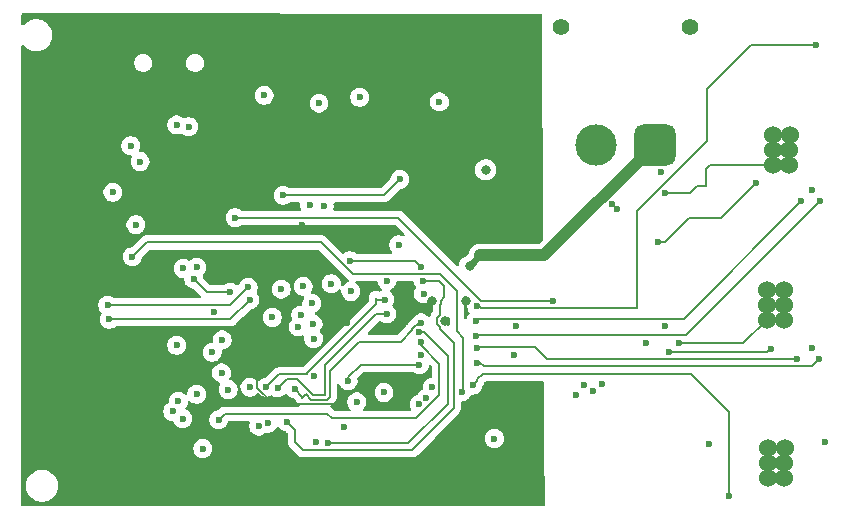
<source format=gbr>
%TF.GenerationSoftware,KiCad,Pcbnew,9.0.2*%
%TF.CreationDate,2025-10-22T09:47:40+03:00*%
%TF.ProjectId,aair_gimb_pcb,61616972-5f67-4696-9d62-5f7063622e6b,rev?*%
%TF.SameCoordinates,Original*%
%TF.FileFunction,Copper,L2,Inr*%
%TF.FilePolarity,Positive*%
%FSLAX46Y46*%
G04 Gerber Fmt 4.6, Leading zero omitted, Abs format (unit mm)*
G04 Created by KiCad (PCBNEW 9.0.2) date 2025-10-22 09:47:40*
%MOMM*%
%LPD*%
G01*
G04 APERTURE LIST*
G04 Aperture macros list*
%AMRoundRect*
0 Rectangle with rounded corners*
0 $1 Rounding radius*
0 $2 $3 $4 $5 $6 $7 $8 $9 X,Y pos of 4 corners*
0 Add a 4 corners polygon primitive as box body*
4,1,4,$2,$3,$4,$5,$6,$7,$8,$9,$2,$3,0*
0 Add four circle primitives for the rounded corners*
1,1,$1+$1,$2,$3*
1,1,$1+$1,$4,$5*
1,1,$1+$1,$6,$7*
1,1,$1+$1,$8,$9*
0 Add four rect primitives between the rounded corners*
20,1,$1+$1,$2,$3,$4,$5,0*
20,1,$1+$1,$4,$5,$6,$7,0*
20,1,$1+$1,$6,$7,$8,$9,0*
20,1,$1+$1,$8,$9,$2,$3,0*%
G04 Aperture macros list end*
%TA.AperFunction,ComponentPad*%
%ADD10C,1.400000*%
%TD*%
%TA.AperFunction,ComponentPad*%
%ADD11RoundRect,0.770000X-0.980000X-0.980000X0.980000X-0.980000X0.980000X0.980000X-0.980000X0.980000X0*%
%TD*%
%TA.AperFunction,ComponentPad*%
%ADD12C,3.500000*%
%TD*%
%TA.AperFunction,ViaPad*%
%ADD13C,0.600000*%
%TD*%
%TA.AperFunction,ViaPad*%
%ADD14C,0.800000*%
%TD*%
%TA.AperFunction,ViaPad*%
%ADD15C,1.524000*%
%TD*%
%TA.AperFunction,Conductor*%
%ADD16C,0.600000*%
%TD*%
%TA.AperFunction,Conductor*%
%ADD17C,1.000000*%
%TD*%
%TA.AperFunction,Conductor*%
%ADD18C,0.200000*%
%TD*%
G04 APERTURE END LIST*
D10*
%TO.N,*%
%TO.C,xt30*%
X169200000Y-61725000D03*
X180200000Y-61725000D03*
D11*
%TO.N,V_SUPPLY*%
X177200000Y-71725000D03*
D12*
%TO.N,GND*%
X172200000Y-71725000D03*
%TD*%
D13*
%TO.N,V_SUPPLY*%
X163600000Y-96600000D03*
D14*
X161500000Y-82000000D03*
D13*
%TO.N,Net-(U1-GVDD)*%
X157250000Y-87600000D03*
X149500000Y-97000000D03*
%TO.N,Net-(U1-DVDD)*%
X157600000Y-84350000D03*
X157224403Y-93703105D03*
X150900000Y-95600000D03*
%TO.N,VCC*%
X154250000Y-92700000D03*
X151450000Y-84150000D03*
%TO.N,GND*%
X151325000Y-85975000D03*
D14*
X158350000Y-84950000D03*
D13*
X132800000Y-76900000D03*
X154600000Y-87390000D03*
X161650000Y-67650000D03*
X167100000Y-76950000D03*
D14*
X161200000Y-84950000D03*
D13*
X147350000Y-78500000D03*
D15*
X186750000Y-98660000D03*
D13*
X151150000Y-86800000D03*
X173575000Y-76775000D03*
X142050000Y-70550000D03*
X143150000Y-90350000D03*
X150684372Y-93300000D03*
D15*
X186785000Y-97385000D03*
D13*
X171200000Y-92100000D03*
X172750000Y-92000000D03*
X174000000Y-77200000D03*
X159650000Y-67350000D03*
X140750000Y-78650000D03*
D15*
X186750000Y-99930000D03*
X188150000Y-98660000D03*
D13*
X133950000Y-94750000D03*
D15*
X188150000Y-99930000D03*
D13*
X145450000Y-79150000D03*
X161581383Y-93737011D03*
X137000000Y-78400000D03*
D15*
X188185000Y-97385000D03*
D13*
X133300000Y-99850000D03*
D14*
X159450000Y-86650000D03*
D13*
%TO.N,/drv8302/H2_VS*%
X132950000Y-81200000D03*
X160850000Y-92650000D03*
X176450000Y-88550000D03*
X190450000Y-88900000D03*
%TO.N,/drv8302/H1_VS*%
X190450000Y-75600000D03*
X141650000Y-77900000D03*
X168560659Y-84950000D03*
%TO.N,/drv8302/H3_VS*%
X191550000Y-96900000D03*
X138400000Y-82100000D03*
X181800000Y-97100000D03*
%TO.N,LED_STATUS*%
X138400000Y-92850000D03*
X139700000Y-89300000D03*
%TO.N,USB_CONN_D-*%
X133600000Y-73150000D03*
X136700000Y-70050000D03*
D14*
%TO.N,+5V*%
X162850000Y-73850000D03*
D13*
X145700000Y-76000000D03*
X155600000Y-74650000D03*
%TO.N,SWCLK*%
X147400000Y-83700000D03*
X147950000Y-76800000D03*
%TO.N,+3.3V*%
X144800000Y-86350000D03*
X138150000Y-83100000D03*
X148750000Y-68200000D03*
X149800000Y-83500000D03*
X158950000Y-68100000D03*
X148500000Y-96900000D03*
X141250000Y-84200000D03*
%TO.N,SWDIO*%
X149200000Y-76950000D03*
X148150000Y-85150000D03*
%TO.N,NRST*%
X131300000Y-75750000D03*
X139900000Y-85900000D03*
X152200000Y-67700000D03*
%TO.N,Net-(U1-RT_CLK)*%
X157350000Y-82050000D03*
X151350000Y-81550000D03*
%TO.N,/Stm32f405/SENS2*%
X140550000Y-88250000D03*
X137250000Y-82200000D03*
%TO.N,/Stm32f405/SENS3*%
X136700000Y-88700000D03*
X133250000Y-78500000D03*
%TO.N,/Stm32f405/FAULT*%
X146000000Y-95200000D03*
X157550000Y-83251000D03*
%TO.N,/drv8302/M_L2*%
X189250000Y-89900000D03*
X162100000Y-88950000D03*
%TO.N,/Stm32f405/DC_CAL*%
X157398398Y-86813883D03*
X146700000Y-92400000D03*
%TO.N,/drv8302/M_H3*%
X191100000Y-89850000D03*
X162100000Y-90200000D03*
%TO.N,/Stm32f405/GAIN*%
X145250000Y-92300000D03*
X154500000Y-86049000D03*
%TO.N,/drv8302/M_H2*%
X162049592Y-87950000D03*
X191200000Y-76450000D03*
%TO.N,/Stm32f405/Current_ADC_2*%
X151950000Y-93501000D03*
X140500000Y-91049000D03*
%TO.N,/drv8302/M_H1*%
X162100000Y-85400000D03*
X190800000Y-63300000D03*
%TO.N,/Stm32f405/EN_GATE*%
X157398398Y-88386116D03*
X140250000Y-95000000D03*
%TO.N,/Stm32f405/M_PWM*%
X154300000Y-84849000D03*
X144300000Y-92250000D03*
%TO.N,/drv8302/H2_LOW*%
X165250000Y-89500000D03*
X178050000Y-87050000D03*
X179200000Y-88550000D03*
D15*
X188100000Y-86580000D03*
D13*
X171950000Y-92600000D03*
D15*
X186685000Y-84035000D03*
X188135000Y-84035000D03*
X186650000Y-86580000D03*
X188100000Y-85310000D03*
X186650000Y-85310000D03*
D13*
%TO.N,Net-(U1-VSENSE)*%
X155500000Y-80200000D03*
X154498928Y-83251000D03*
%TO.N,/drv8302/M_L1*%
X162008402Y-86650000D03*
X189600000Y-76500000D03*
%TO.N,/Stm32f405/L2*%
X148349265Y-91299265D03*
X158350000Y-92258817D03*
%TO.N,/drv8302/M_L3*%
X161750000Y-92100000D03*
X183450000Y-101450000D03*
D15*
%TO.N,/drv8302/H1_LOW*%
X188565000Y-72205000D03*
D13*
X178049265Y-75849265D03*
X177704897Y-74048454D03*
X165400000Y-87050000D03*
X170500000Y-92950000D03*
D15*
X187150000Y-73480000D03*
X188565000Y-73475000D03*
X188600000Y-70930000D03*
X187150000Y-72210000D03*
X187185000Y-70935000D03*
D13*
%TO.N,/Stm32f405/L1*%
X157250057Y-90350000D03*
X151213676Y-91701000D03*
%TO.N,I2C_SCL*%
X131000000Y-86500000D03*
X142900000Y-84850000D03*
%TO.N,SPI1_MOSI*%
X144408949Y-95297017D03*
X138900000Y-97450000D03*
%TO.N,SPI1_SCK*%
X142900000Y-92249000D03*
X136361765Y-94311765D03*
%TO.N,USB_D-*%
X132800000Y-71800000D03*
X147000000Y-87150000D03*
%TO.N,USB_D+*%
X137700000Y-70200000D03*
X147200000Y-86150000D03*
%TO.N,UART_RX*%
X145550000Y-83950000D03*
X144100000Y-67550000D03*
%TO.N,SPI1_MISO*%
X137200518Y-94911765D03*
X143650000Y-95550000D03*
%TO.N,SPI1_CS*%
X141056253Y-92453780D03*
X136850000Y-93450000D03*
%TO.N,I2C_SDA*%
X130850000Y-85300000D03*
X142750000Y-83800000D03*
%TO.N,/Stm32f405/H1*%
X148300000Y-88150000D03*
X157398291Y-89549999D03*
%TO.N,/Stm32f405/H3*%
X157848664Y-93202807D03*
X148250000Y-86900000D03*
%TO.N,Net-(Q4-G)*%
X187000000Y-89000000D03*
X178400000Y-89300000D03*
%TO.N,Net-(Q6-G)*%
X177450000Y-79950000D03*
X185750000Y-74950000D03*
%TD*%
D16*
%TO.N,V_SUPPLY*%
X161897001Y-81602999D02*
X161900000Y-81602999D01*
X161900000Y-81602999D02*
X162410516Y-81092483D01*
D17*
X162410516Y-81092483D02*
X167832517Y-81092483D01*
X167832517Y-81092483D02*
X177200000Y-71725000D01*
D16*
X161500000Y-82000000D02*
X161897001Y-81602999D01*
D18*
%TO.N,Net-(U1-GVDD)*%
X159650000Y-89599592D02*
X159650000Y-93650000D01*
X159650000Y-93650000D02*
X156300000Y-97000000D01*
X157650408Y-87600000D02*
X159650000Y-89599592D01*
X156300000Y-97000000D02*
X149500000Y-97000000D01*
X157250000Y-87600000D02*
X157650408Y-87600000D01*
%TO.N,GND*%
X144902057Y-93702000D02*
X143501000Y-92300943D01*
X143501000Y-90701000D02*
X143150000Y-90350000D01*
X150282372Y-93702000D02*
X144902057Y-93702000D01*
X143501000Y-92300943D02*
X143501000Y-90701000D01*
X150684372Y-93300000D02*
X150282372Y-93702000D01*
%TO.N,/drv8302/H2_VS*%
X151601057Y-82651000D02*
X148950057Y-80000000D01*
X160400000Y-84100000D02*
X158951000Y-82651000D01*
X134150000Y-80000000D02*
X132950000Y-81200000D01*
X160850000Y-92650000D02*
X160950000Y-92550000D01*
X160950000Y-88050000D02*
X160400000Y-87500000D01*
X148950057Y-80000000D02*
X134150000Y-80000000D01*
X158951000Y-82651000D02*
X151601057Y-82651000D01*
X160950000Y-92550000D02*
X160950000Y-88050000D01*
X160400000Y-87500000D02*
X160400000Y-84100000D01*
%TO.N,/drv8302/H1_VS*%
X168560659Y-84950000D02*
X162500000Y-84950000D01*
X155450000Y-77900000D02*
X141650000Y-77900000D01*
X162500000Y-84950000D02*
X155450000Y-77900000D01*
%TO.N,+5V*%
X145700000Y-76000000D02*
X154250000Y-76000000D01*
X154250000Y-76000000D02*
X155600000Y-74650000D01*
%TO.N,+3.3V*%
X139250000Y-84200000D02*
X141250000Y-84200000D01*
X138150000Y-83100000D02*
X139250000Y-84200000D01*
%TO.N,Net-(U1-RT_CLK)*%
X156850000Y-81550000D02*
X157350000Y-82050000D01*
X151350000Y-81550000D02*
X156850000Y-81550000D01*
%TO.N,/Stm32f405/FAULT*%
X157550000Y-83251000D02*
X158601000Y-83251000D01*
X159000000Y-86108636D02*
X158749000Y-86359636D01*
X160150000Y-94050000D02*
X156600000Y-97600000D01*
X158601000Y-83251000D02*
X158640364Y-83290364D01*
X159000000Y-87191364D02*
X159000000Y-87350000D01*
X159051000Y-84949000D02*
X159051000Y-85240364D01*
X158640364Y-83290364D02*
X158940364Y-83290364D01*
X159350000Y-83700000D02*
X159350000Y-84650000D01*
X147400000Y-97600000D02*
X146700000Y-96900000D01*
X158749000Y-86359636D02*
X158749000Y-86940364D01*
X159350000Y-84650000D02*
X159051000Y-84949000D01*
X160150000Y-88500000D02*
X160150000Y-94050000D01*
X146700000Y-95900000D02*
X146000000Y-95200000D01*
X158940364Y-83290364D02*
X159350000Y-83700000D01*
X159051000Y-85240364D02*
X159000000Y-85291364D01*
X159000000Y-85291364D02*
X159000000Y-86108636D01*
X156600000Y-97600000D02*
X147400000Y-97600000D01*
X158749000Y-86940364D02*
X159000000Y-87191364D01*
X146700000Y-96900000D02*
X146700000Y-95900000D01*
X159000000Y-87350000D02*
X160150000Y-88500000D01*
%TO.N,/drv8302/M_L2*%
X162100000Y-88950000D02*
X162200000Y-88850000D01*
X162200000Y-88850000D02*
X167000000Y-88850000D01*
X167000000Y-88850000D02*
X168050000Y-89900000D01*
X168050000Y-89900000D02*
X189250000Y-89900000D01*
%TO.N,/Stm32f405/DC_CAL*%
X157398398Y-86813883D02*
X157236117Y-86813883D01*
X149651000Y-90849000D02*
X149651000Y-93066100D01*
X155650000Y-88400000D02*
X152100000Y-88400000D01*
X149651000Y-93066100D02*
X149416100Y-93301000D01*
X157051000Y-86999000D02*
X157001057Y-86999000D01*
X147350000Y-93050000D02*
X146700000Y-92400000D01*
X147641450Y-92858550D02*
X147350000Y-93150000D01*
X147350000Y-93150000D02*
X147350000Y-93050000D01*
X156649000Y-87401000D02*
X155650000Y-88400000D01*
X152100000Y-88400000D02*
X149651000Y-90849000D01*
X149416100Y-93301000D02*
X148083900Y-93301000D01*
X148083900Y-93301000D02*
X147641450Y-92858550D01*
X156649000Y-87351057D02*
X156649000Y-87401000D01*
X157001057Y-86999000D02*
X156649000Y-87351057D01*
X157236117Y-86813883D02*
X157051000Y-86999000D01*
%TO.N,/drv8302/M_H3*%
X162700928Y-90501000D02*
X190449000Y-90501000D01*
X162100000Y-90200000D02*
X162399928Y-90200000D01*
X190449000Y-90501000D02*
X191100000Y-89850000D01*
X162399928Y-90200000D02*
X162700928Y-90501000D01*
%TO.N,/Stm32f405/GAIN*%
X146900000Y-91550000D02*
X146000000Y-91550000D01*
X149250000Y-92900000D02*
X148250000Y-92900000D01*
X154499000Y-86050000D02*
X153600000Y-86050000D01*
X149250000Y-90400000D02*
X149250000Y-92900000D01*
X146000000Y-91550000D02*
X145250000Y-92300000D01*
X153600000Y-86050000D02*
X149250000Y-90400000D01*
X148250000Y-92900000D02*
X146900000Y-91550000D01*
X154500000Y-86049000D02*
X154499000Y-86050000D01*
%TO.N,/drv8302/M_H2*%
X179800000Y-87850000D02*
X191200000Y-76450000D01*
X162149592Y-87850000D02*
X179800000Y-87850000D01*
X162049592Y-87950000D02*
X162149592Y-87850000D01*
%TO.N,/drv8302/M_H1*%
X162350000Y-85400000D02*
X162500000Y-85550000D01*
X162100000Y-85400000D02*
X162350000Y-85400000D01*
X175700000Y-85550000D02*
X175700000Y-77350000D01*
X181600000Y-71450000D02*
X181600000Y-67000000D01*
X162500000Y-85550000D02*
X175700000Y-85550000D01*
X185300000Y-63300000D02*
X190800000Y-63300000D01*
X175700000Y-77350000D02*
X181600000Y-71450000D01*
X181600000Y-67000000D02*
X185300000Y-63300000D01*
%TO.N,/Stm32f405/EN_GATE*%
X158950000Y-92950000D02*
X157000000Y-94900000D01*
X158950000Y-90250000D02*
X158950000Y-92950000D01*
X140750000Y-94500000D02*
X140250000Y-95000000D01*
X157000000Y-94900000D02*
X149850000Y-94900000D01*
X149450000Y-94500000D02*
X140750000Y-94500000D01*
X149850000Y-94900000D02*
X149450000Y-94500000D01*
X157398398Y-88386116D02*
X157398398Y-88698398D01*
X157398398Y-88698398D02*
X158950000Y-90250000D01*
%TO.N,/Stm32f405/M_PWM*%
X153550000Y-84700000D02*
X153550000Y-85250000D01*
X147675000Y-91125000D02*
X147699000Y-91149000D01*
X153550000Y-85250000D02*
X147675000Y-91125000D01*
X147699000Y-91149000D02*
X145401000Y-91149000D01*
X154300000Y-84849000D02*
X153699000Y-84849000D01*
X145401000Y-91149000D02*
X144300000Y-92250000D01*
X153699000Y-84849000D02*
X153550000Y-84700000D01*
%TO.N,/drv8302/H2_LOW*%
X179200000Y-88550000D02*
X184680000Y-88550000D01*
X184680000Y-88550000D02*
X186650000Y-86580000D01*
%TO.N,/drv8302/M_L1*%
X162250000Y-86450000D02*
X179650000Y-86450000D01*
X162008402Y-86650000D02*
X162050000Y-86650000D01*
X179650000Y-86450000D02*
X189600000Y-76500000D01*
X162050000Y-86650000D02*
X162250000Y-86450000D01*
%TO.N,/drv8302/M_L3*%
X161750000Y-92100000D02*
X161770878Y-92100000D01*
X162150000Y-91720878D02*
X162150000Y-91600000D01*
X161770878Y-92100000D02*
X162150000Y-91720878D01*
X180250000Y-91150000D02*
X183450000Y-94350000D01*
X183450000Y-94350000D02*
X183450000Y-101450000D01*
X162600000Y-91150000D02*
X180250000Y-91150000D01*
X162150000Y-91600000D02*
X162600000Y-91150000D01*
%TO.N,/drv8302/H1_LOW*%
X181500000Y-75200000D02*
X181500000Y-73800000D01*
X180125735Y-75849265D02*
X180775000Y-75200000D01*
X180775000Y-75200000D02*
X181500000Y-75200000D01*
X181500000Y-73800000D02*
X181820000Y-73480000D01*
X178049265Y-75849265D02*
X180125735Y-75849265D01*
X181820000Y-73480000D02*
X187150000Y-73480000D01*
%TO.N,/Stm32f405/L1*%
X152282667Y-90350000D02*
X151213676Y-91418991D01*
X157250057Y-90350000D02*
X152282667Y-90350000D01*
X151213676Y-91418991D02*
X151213676Y-91701000D01*
%TO.N,I2C_SCL*%
X141250000Y-86500000D02*
X142900000Y-84850000D01*
X141250000Y-86500000D02*
X131000000Y-86500000D01*
%TO.N,I2C_SDA*%
X130850000Y-85300000D02*
X141250000Y-85300000D01*
X141250000Y-85300000D02*
X142750000Y-83800000D01*
%TO.N,Net-(Q4-G)*%
X178400000Y-89300000D02*
X186700000Y-89300000D01*
X186700000Y-89300000D02*
X187000000Y-89000000D01*
%TO.N,Net-(Q6-G)*%
X182800000Y-77900000D02*
X185750000Y-74950000D01*
X180075000Y-77900000D02*
X182800000Y-77900000D01*
X177450000Y-79950000D02*
X178025000Y-79950000D01*
X178025000Y-79950000D02*
X180075000Y-77900000D01*
%TD*%
%TA.AperFunction,Conductor*%
%TO.N,GND*%
G36*
X167526729Y-60649861D02*
G01*
X167593743Y-60669621D01*
X167639439Y-60722476D01*
X167650586Y-60773271D01*
X167740689Y-79717437D01*
X167721323Y-79784570D01*
X167704371Y-79805708D01*
X167454416Y-80055664D01*
X167393093Y-80089149D01*
X167366735Y-80091983D01*
X162311973Y-80091983D01*
X162118686Y-80130430D01*
X162118676Y-80130433D01*
X161936608Y-80205847D01*
X161936595Y-80205854D01*
X161772734Y-80315343D01*
X161772730Y-80315346D01*
X161633379Y-80454697D01*
X161633376Y-80454701D01*
X161523887Y-80618562D01*
X161523880Y-80618575D01*
X161448466Y-80800643D01*
X161448463Y-80800653D01*
X161426244Y-80912355D01*
X161417456Y-80929154D01*
X161413411Y-80947678D01*
X161398094Y-80966168D01*
X161393859Y-80974266D01*
X161392237Y-80975915D01*
X161387381Y-80980762D01*
X161386712Y-80981210D01*
X161250003Y-81117917D01*
X161248697Y-81119222D01*
X161248508Y-81119324D01*
X161208540Y-81146031D01*
X161073455Y-81201985D01*
X160925965Y-81300535D01*
X160925961Y-81300538D01*
X160800538Y-81425961D01*
X160800535Y-81425965D01*
X160701990Y-81573446D01*
X160701983Y-81573459D01*
X160634106Y-81737332D01*
X160634103Y-81737341D01*
X160599499Y-81911307D01*
X160599288Y-81913454D01*
X160598863Y-81914504D01*
X160598311Y-81917283D01*
X160597783Y-81917178D01*
X160573121Y-81978238D01*
X160516083Y-82018592D01*
X160446282Y-82021702D01*
X160388205Y-81988969D01*
X155937590Y-77538355D01*
X155937588Y-77538352D01*
X155818717Y-77419481D01*
X155818709Y-77419475D01*
X155723781Y-77364669D01*
X155723779Y-77364668D01*
X155681790Y-77340425D01*
X155681789Y-77340424D01*
X155669263Y-77337067D01*
X155529057Y-77299499D01*
X155370943Y-77299499D01*
X155363347Y-77299499D01*
X155363331Y-77299500D01*
X150097757Y-77299500D01*
X150030718Y-77279815D01*
X149984963Y-77227011D01*
X149975019Y-77157853D01*
X149976140Y-77151308D01*
X150000500Y-77028844D01*
X150000500Y-76871155D01*
X149976140Y-76748692D01*
X149982367Y-76679100D01*
X150025230Y-76623923D01*
X150091120Y-76600678D01*
X150097757Y-76600500D01*
X154163331Y-76600500D01*
X154163347Y-76600501D01*
X154170943Y-76600501D01*
X154329054Y-76600501D01*
X154329057Y-76600501D01*
X154481785Y-76559577D01*
X154531904Y-76530639D01*
X154618716Y-76480520D01*
X154730520Y-76368716D01*
X154730520Y-76368714D01*
X154740728Y-76358507D01*
X154740729Y-76358504D01*
X155614662Y-75484572D01*
X155675983Y-75451089D01*
X155678150Y-75450638D01*
X155736085Y-75439113D01*
X155833497Y-75419737D01*
X155951592Y-75370821D01*
X155979172Y-75359397D01*
X155979172Y-75359396D01*
X155979179Y-75359394D01*
X156110289Y-75271789D01*
X156221789Y-75160289D01*
X156309394Y-75029179D01*
X156369737Y-74883497D01*
X156400500Y-74728842D01*
X156400500Y-74571158D01*
X156400500Y-74571155D01*
X156400499Y-74571153D01*
X156396184Y-74549461D01*
X156369737Y-74416503D01*
X156369735Y-74416498D01*
X156309397Y-74270827D01*
X156309390Y-74270814D01*
X156221789Y-74139711D01*
X156221786Y-74139707D01*
X156110292Y-74028213D01*
X156110288Y-74028210D01*
X155979185Y-73940609D01*
X155979172Y-73940602D01*
X155833501Y-73880264D01*
X155833489Y-73880261D01*
X155816261Y-73876834D01*
X155678845Y-73849500D01*
X155678842Y-73849500D01*
X155521158Y-73849500D01*
X155521155Y-73849500D01*
X155366510Y-73880261D01*
X155366498Y-73880264D01*
X155220827Y-73940602D01*
X155220814Y-73940609D01*
X155089711Y-74028210D01*
X155089707Y-74028213D01*
X154978213Y-74139707D01*
X154978210Y-74139711D01*
X154890609Y-74270814D01*
X154890602Y-74270827D01*
X154830264Y-74416498D01*
X154830261Y-74416508D01*
X154799361Y-74571850D01*
X154766976Y-74633761D01*
X154765425Y-74635339D01*
X154037584Y-75363181D01*
X153976261Y-75396666D01*
X153949903Y-75399500D01*
X146279766Y-75399500D01*
X146212727Y-75379815D01*
X146210875Y-75378602D01*
X146079185Y-75290609D01*
X146079172Y-75290602D01*
X145933501Y-75230264D01*
X145933489Y-75230261D01*
X145778845Y-75199500D01*
X145778842Y-75199500D01*
X145621158Y-75199500D01*
X145621155Y-75199500D01*
X145466510Y-75230261D01*
X145466498Y-75230264D01*
X145320827Y-75290602D01*
X145320814Y-75290609D01*
X145189711Y-75378210D01*
X145189707Y-75378213D01*
X145078213Y-75489707D01*
X145078210Y-75489711D01*
X144990609Y-75620814D01*
X144990602Y-75620827D01*
X144930264Y-75766498D01*
X144930261Y-75766510D01*
X144899500Y-75921153D01*
X144899500Y-76078846D01*
X144930261Y-76233489D01*
X144930264Y-76233501D01*
X144990602Y-76379172D01*
X144990609Y-76379185D01*
X145078210Y-76510288D01*
X145078213Y-76510292D01*
X145189707Y-76621786D01*
X145189711Y-76621789D01*
X145320814Y-76709390D01*
X145320827Y-76709397D01*
X145415695Y-76748692D01*
X145466503Y-76769737D01*
X145621153Y-76800499D01*
X145621156Y-76800500D01*
X145621158Y-76800500D01*
X145778844Y-76800500D01*
X145778845Y-76800499D01*
X145933497Y-76769737D01*
X146079179Y-76709394D01*
X146133663Y-76672989D01*
X146210875Y-76621398D01*
X146277553Y-76600520D01*
X146279766Y-76600500D01*
X147025500Y-76600500D01*
X147092539Y-76620185D01*
X147138294Y-76672989D01*
X147149500Y-76724500D01*
X147149500Y-76878846D01*
X147180261Y-77033489D01*
X147180263Y-77033497D01*
X147219427Y-77128047D01*
X147226896Y-77197517D01*
X147195621Y-77259996D01*
X147135532Y-77295648D01*
X147104866Y-77299500D01*
X142229766Y-77299500D01*
X142162727Y-77279815D01*
X142160875Y-77278602D01*
X142029185Y-77190609D01*
X142029172Y-77190602D01*
X141883501Y-77130264D01*
X141883489Y-77130261D01*
X141728845Y-77099500D01*
X141728842Y-77099500D01*
X141571158Y-77099500D01*
X141571155Y-77099500D01*
X141416510Y-77130261D01*
X141416498Y-77130264D01*
X141270827Y-77190602D01*
X141270814Y-77190609D01*
X141139711Y-77278210D01*
X141139707Y-77278213D01*
X141028213Y-77389707D01*
X141028210Y-77389711D01*
X140940609Y-77520814D01*
X140940602Y-77520827D01*
X140880264Y-77666498D01*
X140880261Y-77666510D01*
X140849500Y-77821153D01*
X140849500Y-77978846D01*
X140880261Y-78133489D01*
X140880264Y-78133501D01*
X140940602Y-78279172D01*
X140940609Y-78279185D01*
X141028210Y-78410288D01*
X141028213Y-78410292D01*
X141139707Y-78521786D01*
X141139711Y-78521789D01*
X141270814Y-78609390D01*
X141270827Y-78609397D01*
X141416498Y-78669735D01*
X141416503Y-78669737D01*
X141571153Y-78700499D01*
X141571156Y-78700500D01*
X141571158Y-78700500D01*
X141728844Y-78700500D01*
X141728845Y-78700499D01*
X141883497Y-78669737D01*
X142029179Y-78609394D01*
X142029185Y-78609390D01*
X142160875Y-78521398D01*
X142227553Y-78500520D01*
X142229766Y-78500500D01*
X155149903Y-78500500D01*
X155216942Y-78520185D01*
X155237584Y-78536819D01*
X155971320Y-79270556D01*
X156004805Y-79331879D01*
X155999821Y-79401571D01*
X155957949Y-79457504D01*
X155892485Y-79481921D01*
X155836187Y-79472798D01*
X155733501Y-79430264D01*
X155733489Y-79430261D01*
X155578845Y-79399500D01*
X155578842Y-79399500D01*
X155421158Y-79399500D01*
X155421155Y-79399500D01*
X155266510Y-79430261D01*
X155266498Y-79430264D01*
X155120827Y-79490602D01*
X155120814Y-79490609D01*
X154989711Y-79578210D01*
X154989707Y-79578213D01*
X154878213Y-79689707D01*
X154878210Y-79689711D01*
X154790609Y-79820814D01*
X154790602Y-79820827D01*
X154730264Y-79966498D01*
X154730261Y-79966510D01*
X154699500Y-80121153D01*
X154699500Y-80278846D01*
X154730261Y-80433489D01*
X154730264Y-80433501D01*
X154790602Y-80579172D01*
X154790609Y-80579185D01*
X154878210Y-80710288D01*
X154878213Y-80710292D01*
X154905740Y-80737819D01*
X154939225Y-80799142D01*
X154934241Y-80868834D01*
X154892369Y-80924767D01*
X154826905Y-80949184D01*
X154818059Y-80949500D01*
X151929766Y-80949500D01*
X151862727Y-80929815D01*
X151860875Y-80928602D01*
X151729185Y-80840609D01*
X151729172Y-80840602D01*
X151583501Y-80780264D01*
X151583489Y-80780261D01*
X151428845Y-80749500D01*
X151428842Y-80749500D01*
X151271158Y-80749500D01*
X151271155Y-80749500D01*
X151116510Y-80780261D01*
X151116498Y-80780264D01*
X150970827Y-80840602D01*
X150970816Y-80840608D01*
X150857059Y-80916618D01*
X150790382Y-80937495D01*
X150723002Y-80919010D01*
X150700488Y-80901196D01*
X149437647Y-79638355D01*
X149437645Y-79638352D01*
X149318774Y-79519481D01*
X149318773Y-79519480D01*
X149231961Y-79469360D01*
X149231961Y-79469359D01*
X149231957Y-79469358D01*
X149181842Y-79440423D01*
X149029114Y-79399499D01*
X148871000Y-79399499D01*
X148863404Y-79399499D01*
X148863388Y-79399500D01*
X134229057Y-79399500D01*
X134070942Y-79399500D01*
X133918215Y-79440423D01*
X133918214Y-79440423D01*
X133918212Y-79440424D01*
X133918209Y-79440425D01*
X133868096Y-79469359D01*
X133868095Y-79469360D01*
X133824689Y-79494420D01*
X133781285Y-79519479D01*
X133781282Y-79519481D01*
X132935339Y-80365425D01*
X132874016Y-80398910D01*
X132871850Y-80399361D01*
X132716508Y-80430261D01*
X132716498Y-80430264D01*
X132570827Y-80490602D01*
X132570814Y-80490609D01*
X132439711Y-80578210D01*
X132439707Y-80578213D01*
X132328213Y-80689707D01*
X132328210Y-80689711D01*
X132240609Y-80820814D01*
X132240602Y-80820827D01*
X132180264Y-80966498D01*
X132180261Y-80966510D01*
X132149500Y-81121153D01*
X132149500Y-81278846D01*
X132180261Y-81433489D01*
X132180264Y-81433501D01*
X132240602Y-81579172D01*
X132240609Y-81579185D01*
X132328210Y-81710288D01*
X132328213Y-81710292D01*
X132439707Y-81821786D01*
X132439711Y-81821789D01*
X132570814Y-81909390D01*
X132570827Y-81909397D01*
X132708683Y-81966498D01*
X132716503Y-81969737D01*
X132871153Y-82000499D01*
X132871156Y-82000500D01*
X132871158Y-82000500D01*
X133028844Y-82000500D01*
X133028845Y-82000499D01*
X133183497Y-81969737D01*
X133329179Y-81909394D01*
X133460289Y-81821789D01*
X133571789Y-81710289D01*
X133659394Y-81579179D01*
X133719737Y-81433497D01*
X133744799Y-81307503D01*
X133750638Y-81278150D01*
X133783023Y-81216239D01*
X133784518Y-81214716D01*
X134362416Y-80636819D01*
X134423739Y-80603334D01*
X134450097Y-80600500D01*
X148649960Y-80600500D01*
X148716999Y-80620185D01*
X148737641Y-80636819D01*
X151120535Y-83019713D01*
X151120537Y-83019716D01*
X151232341Y-83131520D01*
X151274357Y-83155777D01*
X151283812Y-83164188D01*
X151295886Y-83183524D01*
X151311613Y-83200018D01*
X151314036Y-83212589D01*
X151320819Y-83223452D01*
X151320522Y-83246242D01*
X151324837Y-83268625D01*
X151320077Y-83280513D01*
X151319911Y-83293316D01*
X151307340Y-83312327D01*
X151298869Y-83333489D01*
X151288438Y-83340916D01*
X151281376Y-83351598D01*
X151260522Y-83360796D01*
X151241955Y-83374018D01*
X151225591Y-83378455D01*
X151216507Y-83380261D01*
X151216498Y-83380264D01*
X151070827Y-83440602D01*
X151070814Y-83440609D01*
X150939711Y-83528210D01*
X150939707Y-83528213D01*
X150828213Y-83639707D01*
X150828206Y-83639716D01*
X150827597Y-83640628D01*
X150827155Y-83640997D01*
X150824347Y-83644419D01*
X150823697Y-83643886D01*
X150773982Y-83685429D01*
X150704656Y-83694132D01*
X150641631Y-83663973D01*
X150604916Y-83604527D01*
X150600500Y-83571730D01*
X150600500Y-83421155D01*
X150600499Y-83421153D01*
X150588493Y-83360796D01*
X150569737Y-83266503D01*
X150561345Y-83246242D01*
X150509397Y-83120827D01*
X150509390Y-83120814D01*
X150421789Y-82989711D01*
X150421786Y-82989707D01*
X150310292Y-82878213D01*
X150310288Y-82878210D01*
X150179185Y-82790609D01*
X150179172Y-82790602D01*
X150033501Y-82730264D01*
X150033489Y-82730261D01*
X149878845Y-82699500D01*
X149878842Y-82699500D01*
X149721158Y-82699500D01*
X149721155Y-82699500D01*
X149566510Y-82730261D01*
X149566498Y-82730264D01*
X149420827Y-82790602D01*
X149420814Y-82790609D01*
X149289711Y-82878210D01*
X149289707Y-82878213D01*
X149178213Y-82989707D01*
X149178210Y-82989711D01*
X149090609Y-83120814D01*
X149090602Y-83120827D01*
X149030264Y-83266498D01*
X149030261Y-83266510D01*
X148999500Y-83421153D01*
X148999500Y-83578846D01*
X149030261Y-83733489D01*
X149030264Y-83733501D01*
X149090602Y-83879172D01*
X149090609Y-83879185D01*
X149178210Y-84010288D01*
X149178213Y-84010292D01*
X149289707Y-84121786D01*
X149289711Y-84121789D01*
X149420814Y-84209390D01*
X149420827Y-84209397D01*
X149566498Y-84269735D01*
X149566503Y-84269737D01*
X149717312Y-84299735D01*
X149721153Y-84300499D01*
X149721156Y-84300500D01*
X149721158Y-84300500D01*
X149878844Y-84300500D01*
X149878845Y-84300499D01*
X150033497Y-84269737D01*
X150179179Y-84209394D01*
X150310289Y-84121789D01*
X150421789Y-84010289D01*
X150422397Y-84009378D01*
X150422839Y-84009008D01*
X150425653Y-84005581D01*
X150426303Y-84006114D01*
X150476010Y-83964573D01*
X150545334Y-83955866D01*
X150608362Y-83986020D01*
X150645082Y-84045463D01*
X150649500Y-84078269D01*
X150649500Y-84228846D01*
X150680261Y-84383489D01*
X150680264Y-84383501D01*
X150740602Y-84529172D01*
X150740609Y-84529185D01*
X150828210Y-84660288D01*
X150828213Y-84660292D01*
X150939707Y-84771786D01*
X150939711Y-84771789D01*
X151070814Y-84859390D01*
X151070827Y-84859397D01*
X151154271Y-84893960D01*
X151216503Y-84919737D01*
X151366131Y-84949500D01*
X151371153Y-84950499D01*
X151371156Y-84950500D01*
X151371158Y-84950500D01*
X151528844Y-84950500D01*
X151528845Y-84950499D01*
X151683497Y-84919737D01*
X151827011Y-84860292D01*
X151829172Y-84859397D01*
X151829172Y-84859396D01*
X151829179Y-84859394D01*
X151960289Y-84771789D01*
X152071789Y-84660289D01*
X152159394Y-84529179D01*
X152219737Y-84383497D01*
X152250500Y-84228842D01*
X152250500Y-84071158D01*
X152250500Y-84071155D01*
X152250499Y-84071153D01*
X152242434Y-84030607D01*
X152219737Y-83916503D01*
X152217271Y-83910549D01*
X152159397Y-83770827D01*
X152159390Y-83770814D01*
X152071789Y-83639711D01*
X152071786Y-83639707D01*
X151960292Y-83528213D01*
X151960288Y-83528210D01*
X151886045Y-83478602D01*
X151841240Y-83424990D01*
X151832533Y-83355665D01*
X151862688Y-83292637D01*
X151922131Y-83255918D01*
X151954936Y-83251500D01*
X153581080Y-83251500D01*
X153648119Y-83271185D01*
X153693874Y-83323989D01*
X153702697Y-83351308D01*
X153729189Y-83484491D01*
X153729192Y-83484501D01*
X153789530Y-83630172D01*
X153789537Y-83630185D01*
X153877138Y-83761288D01*
X153877141Y-83761292D01*
X153988635Y-83872786D01*
X153988643Y-83872792D01*
X154016301Y-83891273D01*
X154021828Y-83897886D01*
X154029632Y-83901554D01*
X154043895Y-83924291D01*
X154061107Y-83944885D01*
X154062181Y-83953439D01*
X154066762Y-83960741D01*
X154066469Y-83987579D01*
X154069814Y-84014210D01*
X154066094Y-84021985D01*
X154066000Y-84030607D01*
X154051241Y-84053028D01*
X154039660Y-84077237D01*
X154031321Y-84083294D01*
X154027586Y-84088969D01*
X154002096Y-84104522D01*
X153997688Y-84107725D01*
X153996260Y-84108358D01*
X153920821Y-84139606D01*
X153910965Y-84146191D01*
X153901215Y-84150516D01*
X153876719Y-84153765D01*
X153853140Y-84161146D01*
X153842266Y-84158335D01*
X153831952Y-84159704D01*
X153812880Y-84150741D01*
X153788940Y-84144554D01*
X153781785Y-84140423D01*
X153781784Y-84140422D01*
X153781783Y-84140422D01*
X153712243Y-84121789D01*
X153629057Y-84099499D01*
X153470943Y-84099499D01*
X153391010Y-84120917D01*
X153318216Y-84140422D01*
X153283862Y-84160257D01*
X153283861Y-84160256D01*
X153181287Y-84219477D01*
X153181282Y-84219481D01*
X153069481Y-84331282D01*
X153069479Y-84331285D01*
X153044420Y-84374689D01*
X153024384Y-84409394D01*
X153019361Y-84418094D01*
X153019359Y-84418096D01*
X152990425Y-84468209D01*
X152990424Y-84468210D01*
X152985576Y-84486303D01*
X152949499Y-84620943D01*
X152949499Y-84620945D01*
X152949499Y-84789046D01*
X152949500Y-84789059D01*
X152949500Y-84949902D01*
X152929815Y-85016941D01*
X152913181Y-85037583D01*
X147438584Y-90512181D01*
X147377261Y-90545666D01*
X147350903Y-90548500D01*
X145480057Y-90548500D01*
X145321943Y-90548500D01*
X145169215Y-90589423D01*
X145169214Y-90589423D01*
X145169212Y-90589424D01*
X145169209Y-90589425D01*
X145125489Y-90614668D01*
X145125487Y-90614669D01*
X145032290Y-90668475D01*
X145032282Y-90668481D01*
X144285339Y-91415425D01*
X144224016Y-91448910D01*
X144221850Y-91449361D01*
X144066508Y-91480261D01*
X144066498Y-91480264D01*
X143920827Y-91540602D01*
X143920814Y-91540609D01*
X143789711Y-91628210D01*
X143789707Y-91628213D01*
X143688181Y-91729740D01*
X143626858Y-91763225D01*
X143557166Y-91758241D01*
X143512819Y-91729740D01*
X143410292Y-91627213D01*
X143410288Y-91627210D01*
X143279185Y-91539609D01*
X143279172Y-91539602D01*
X143133501Y-91479264D01*
X143133489Y-91479261D01*
X142978845Y-91448500D01*
X142978842Y-91448500D01*
X142821158Y-91448500D01*
X142821155Y-91448500D01*
X142666510Y-91479261D01*
X142666498Y-91479264D01*
X142520827Y-91539602D01*
X142520814Y-91539609D01*
X142389711Y-91627210D01*
X142389707Y-91627213D01*
X142278213Y-91738707D01*
X142278210Y-91738711D01*
X142190609Y-91869814D01*
X142190602Y-91869827D01*
X142130264Y-92015498D01*
X142130261Y-92015510D01*
X142099500Y-92170153D01*
X142099500Y-92170158D01*
X142099500Y-92327842D01*
X142102235Y-92341594D01*
X142102246Y-92341656D01*
X142130261Y-92482491D01*
X142130264Y-92482501D01*
X142190602Y-92628172D01*
X142190609Y-92628185D01*
X142278210Y-92759288D01*
X142278213Y-92759292D01*
X142389707Y-92870786D01*
X142389711Y-92870789D01*
X142520814Y-92958390D01*
X142520827Y-92958397D01*
X142643954Y-93009397D01*
X142666503Y-93018737D01*
X142821153Y-93049499D01*
X142821156Y-93049500D01*
X142821158Y-93049500D01*
X142978844Y-93049500D01*
X142978845Y-93049499D01*
X143133497Y-93018737D01*
X143276765Y-92959394D01*
X143279172Y-92958397D01*
X143279172Y-92958396D01*
X143279179Y-92958394D01*
X143410289Y-92870789D01*
X143457457Y-92823621D01*
X143511819Y-92769260D01*
X143573142Y-92735775D01*
X143642834Y-92740759D01*
X143687181Y-92769260D01*
X143789707Y-92871786D01*
X143789711Y-92871789D01*
X143920814Y-92959390D01*
X143920827Y-92959397D01*
X144064084Y-93018735D01*
X144066503Y-93019737D01*
X144216126Y-93049499D01*
X144221153Y-93050499D01*
X144221156Y-93050500D01*
X144221158Y-93050500D01*
X144378844Y-93050500D01*
X144378845Y-93050499D01*
X144533497Y-93019737D01*
X144596330Y-92993711D01*
X144684808Y-92957063D01*
X144685332Y-92958329D01*
X144746910Y-92945497D01*
X144805871Y-92965996D01*
X144870821Y-93009394D01*
X144870823Y-93009395D01*
X144870827Y-93009397D01*
X144970060Y-93050500D01*
X145016503Y-93069737D01*
X145171153Y-93100499D01*
X145171156Y-93100500D01*
X145171158Y-93100500D01*
X145328844Y-93100500D01*
X145328845Y-93100499D01*
X145483497Y-93069737D01*
X145629179Y-93009394D01*
X145760289Y-92921789D01*
X145848636Y-92833441D01*
X145909957Y-92799958D01*
X145979649Y-92804942D01*
X146035583Y-92846813D01*
X146039418Y-92852232D01*
X146078213Y-92910292D01*
X146189707Y-93021786D01*
X146189711Y-93021789D01*
X146320814Y-93109390D01*
X146320827Y-93109397D01*
X146466498Y-93169735D01*
X146466503Y-93169737D01*
X146531147Y-93182595D01*
X146621849Y-93200638D01*
X146638605Y-93209402D01*
X146657085Y-93213423D01*
X146682123Y-93232167D01*
X146683760Y-93233023D01*
X146685339Y-93234574D01*
X146751508Y-93300743D01*
X146783601Y-93356328D01*
X146790421Y-93381780D01*
X146790422Y-93381782D01*
X146790423Y-93381785D01*
X146812335Y-93419737D01*
X146869480Y-93518716D01*
X146981284Y-93630520D01*
X147043775Y-93666599D01*
X147046391Y-93668109D01*
X147094610Y-93718672D01*
X147107837Y-93787279D01*
X147081874Y-93852145D01*
X147024962Y-93892677D01*
X146984398Y-93899500D01*
X140836670Y-93899500D01*
X140836654Y-93899499D01*
X140829058Y-93899499D01*
X140670943Y-93899499D01*
X140594579Y-93919961D01*
X140518214Y-93940423D01*
X140518209Y-93940426D01*
X140381290Y-94019475D01*
X140381286Y-94019478D01*
X140235337Y-94165427D01*
X140174014Y-94198911D01*
X140171848Y-94199362D01*
X140016508Y-94230261D01*
X140016498Y-94230264D01*
X139870827Y-94290602D01*
X139870814Y-94290609D01*
X139739711Y-94378210D01*
X139739707Y-94378213D01*
X139628213Y-94489707D01*
X139628210Y-94489711D01*
X139540609Y-94620814D01*
X139540602Y-94620827D01*
X139480264Y-94766498D01*
X139480261Y-94766510D01*
X139449500Y-94921153D01*
X139449500Y-95078846D01*
X139480261Y-95233489D01*
X139480264Y-95233501D01*
X139540602Y-95379172D01*
X139540609Y-95379185D01*
X139628210Y-95510288D01*
X139628213Y-95510292D01*
X139739707Y-95621786D01*
X139739711Y-95621789D01*
X139870814Y-95709390D01*
X139870827Y-95709397D01*
X139944095Y-95739745D01*
X140016503Y-95769737D01*
X140166116Y-95799497D01*
X140171153Y-95800499D01*
X140171156Y-95800500D01*
X140171158Y-95800500D01*
X140328844Y-95800500D01*
X140328845Y-95800499D01*
X140483497Y-95769737D01*
X140629179Y-95709394D01*
X140760289Y-95621789D01*
X140871789Y-95510289D01*
X140959394Y-95379179D01*
X141019737Y-95233497D01*
X141026339Y-95200309D01*
X141058724Y-95138398D01*
X141119439Y-95103824D01*
X141147956Y-95100500D01*
X142784155Y-95100500D01*
X142851194Y-95120185D01*
X142896949Y-95172989D01*
X142906893Y-95242147D01*
X142898716Y-95271952D01*
X142880264Y-95316498D01*
X142880261Y-95316510D01*
X142849500Y-95471153D01*
X142849500Y-95628846D01*
X142880261Y-95783489D01*
X142880264Y-95783501D01*
X142940602Y-95929172D01*
X142940609Y-95929185D01*
X143028210Y-96060288D01*
X143028213Y-96060292D01*
X143139707Y-96171786D01*
X143139711Y-96171789D01*
X143270814Y-96259390D01*
X143270827Y-96259397D01*
X143414323Y-96318834D01*
X143416503Y-96319737D01*
X143571153Y-96350499D01*
X143571156Y-96350500D01*
X143571158Y-96350500D01*
X143728844Y-96350500D01*
X143728845Y-96350499D01*
X143883497Y-96319737D01*
X144029179Y-96259394D01*
X144160289Y-96171789D01*
X144203546Y-96128531D01*
X144264868Y-96095046D01*
X144315423Y-96094596D01*
X144330104Y-96097517D01*
X144330107Y-96097517D01*
X144487793Y-96097517D01*
X144487794Y-96097516D01*
X144642446Y-96066754D01*
X144755115Y-96020084D01*
X144788121Y-96006414D01*
X144788121Y-96006413D01*
X144788128Y-96006411D01*
X144919238Y-95918806D01*
X145030738Y-95807306D01*
X145118343Y-95676196D01*
X145120292Y-95671490D01*
X145164127Y-95617086D01*
X145230419Y-95595016D01*
X145298120Y-95612290D01*
X145337957Y-95650046D01*
X145378210Y-95710288D01*
X145378213Y-95710292D01*
X145489707Y-95821786D01*
X145489711Y-95821789D01*
X145620814Y-95909390D01*
X145620827Y-95909397D01*
X145766498Y-95969735D01*
X145766503Y-95969737D01*
X145831147Y-95982595D01*
X145921849Y-96000638D01*
X145938605Y-96009402D01*
X145957085Y-96013423D01*
X145982123Y-96032167D01*
X145983760Y-96033023D01*
X145985339Y-96034574D01*
X146063181Y-96112416D01*
X146096666Y-96173739D01*
X146099500Y-96200097D01*
X146099500Y-96813330D01*
X146099499Y-96813348D01*
X146099499Y-96979054D01*
X146099498Y-96979054D01*
X146099533Y-96979185D01*
X146140423Y-97131785D01*
X146166219Y-97176465D01*
X146219477Y-97268712D01*
X146219481Y-97268717D01*
X146338349Y-97387585D01*
X146338355Y-97387590D01*
X146915139Y-97964374D01*
X146915149Y-97964385D01*
X146919479Y-97968715D01*
X146919480Y-97968716D01*
X147031284Y-98080520D01*
X147031286Y-98080521D01*
X147031290Y-98080524D01*
X147167892Y-98159390D01*
X147168216Y-98159577D01*
X147280019Y-98189534D01*
X147320942Y-98200500D01*
X147320943Y-98200500D01*
X156513331Y-98200500D01*
X156513347Y-98200501D01*
X156520943Y-98200501D01*
X156679054Y-98200501D01*
X156679057Y-98200501D01*
X156831785Y-98159577D01*
X156881904Y-98130639D01*
X156968716Y-98080520D01*
X157080520Y-97968716D01*
X157080520Y-97968714D01*
X157090728Y-97958507D01*
X157090730Y-97958504D01*
X158528081Y-96521153D01*
X162799500Y-96521153D01*
X162799500Y-96678846D01*
X162830261Y-96833489D01*
X162830264Y-96833501D01*
X162890602Y-96979172D01*
X162890609Y-96979185D01*
X162978210Y-97110288D01*
X162978213Y-97110292D01*
X163089707Y-97221786D01*
X163089711Y-97221789D01*
X163220814Y-97309390D01*
X163220827Y-97309397D01*
X163366498Y-97369735D01*
X163366503Y-97369737D01*
X163521153Y-97400499D01*
X163521156Y-97400500D01*
X163521158Y-97400500D01*
X163678844Y-97400500D01*
X163678845Y-97400499D01*
X163833497Y-97369737D01*
X163979179Y-97309394D01*
X164110289Y-97221789D01*
X164221789Y-97110289D01*
X164309394Y-96979179D01*
X164369737Y-96833497D01*
X164400500Y-96678842D01*
X164400500Y-96521158D01*
X164400500Y-96521155D01*
X164400499Y-96521153D01*
X164400432Y-96520814D01*
X164369737Y-96366503D01*
X164365678Y-96356703D01*
X164309397Y-96220827D01*
X164309390Y-96220814D01*
X164221789Y-96089711D01*
X164221786Y-96089707D01*
X164110292Y-95978213D01*
X164110288Y-95978210D01*
X163979185Y-95890609D01*
X163979172Y-95890602D01*
X163833501Y-95830264D01*
X163833489Y-95830261D01*
X163678845Y-95799500D01*
X163678842Y-95799500D01*
X163521158Y-95799500D01*
X163521155Y-95799500D01*
X163366510Y-95830261D01*
X163366498Y-95830264D01*
X163220827Y-95890602D01*
X163220814Y-95890609D01*
X163089711Y-95978210D01*
X163089707Y-95978213D01*
X162978213Y-96089707D01*
X162978210Y-96089711D01*
X162890609Y-96220814D01*
X162890602Y-96220827D01*
X162830264Y-96366498D01*
X162830261Y-96366510D01*
X162799500Y-96521153D01*
X158528081Y-96521153D01*
X160508506Y-94540728D01*
X160508511Y-94540724D01*
X160518714Y-94530520D01*
X160518716Y-94530520D01*
X160630520Y-94418716D01*
X160704483Y-94290608D01*
X160704484Y-94290607D01*
X160708106Y-94284332D01*
X160709577Y-94281785D01*
X160750500Y-94129057D01*
X160750500Y-93970943D01*
X160750500Y-93574500D01*
X160770185Y-93507461D01*
X160822989Y-93461706D01*
X160874500Y-93450500D01*
X160928844Y-93450500D01*
X160928845Y-93450499D01*
X161083497Y-93419737D01*
X161229179Y-93359394D01*
X161360289Y-93271789D01*
X161471789Y-93160289D01*
X161559394Y-93029179D01*
X161567589Y-93009394D01*
X161580987Y-92977048D01*
X161624827Y-92922644D01*
X161691121Y-92900579D01*
X161695548Y-92900500D01*
X161828844Y-92900500D01*
X161828845Y-92900499D01*
X161983497Y-92869737D01*
X162129179Y-92809394D01*
X162260289Y-92721789D01*
X162371789Y-92610289D01*
X162459394Y-92479179D01*
X162460754Y-92475897D01*
X162501587Y-92377315D01*
X162519737Y-92333497D01*
X162545453Y-92204213D01*
X162577837Y-92142303D01*
X162579332Y-92140781D01*
X162630520Y-92089594D01*
X162709577Y-91952662D01*
X162724038Y-91898690D01*
X162732055Y-91884804D01*
X162734981Y-91871356D01*
X162756133Y-91843102D01*
X162812418Y-91786818D01*
X162873741Y-91753334D01*
X162900098Y-91750500D01*
X167674510Y-91750500D01*
X167741549Y-91770185D01*
X167787304Y-91822989D01*
X167798508Y-91873907D01*
X167824168Y-97268717D01*
X167847740Y-102224910D01*
X167828374Y-102292043D01*
X167775788Y-102338048D01*
X167723741Y-102349500D01*
X123674500Y-102349500D01*
X123607461Y-102329815D01*
X123561706Y-102277011D01*
X123550500Y-102225500D01*
X123550500Y-100493713D01*
X123949500Y-100493713D01*
X123949500Y-100706286D01*
X123982753Y-100916239D01*
X124048444Y-101118414D01*
X124144951Y-101307820D01*
X124269890Y-101479786D01*
X124420213Y-101630109D01*
X124592179Y-101755048D01*
X124592181Y-101755049D01*
X124592184Y-101755051D01*
X124781588Y-101851557D01*
X124983757Y-101917246D01*
X125193713Y-101950500D01*
X125193714Y-101950500D01*
X125406286Y-101950500D01*
X125406287Y-101950500D01*
X125616243Y-101917246D01*
X125818412Y-101851557D01*
X126007816Y-101755051D01*
X126029789Y-101739086D01*
X126179786Y-101630109D01*
X126179788Y-101630106D01*
X126179792Y-101630104D01*
X126330104Y-101479792D01*
X126330106Y-101479788D01*
X126330109Y-101479786D01*
X126455048Y-101307820D01*
X126455047Y-101307820D01*
X126455051Y-101307816D01*
X126551557Y-101118412D01*
X126617246Y-100916243D01*
X126650500Y-100706287D01*
X126650500Y-100493713D01*
X126617246Y-100283757D01*
X126551557Y-100081588D01*
X126455051Y-99892184D01*
X126455049Y-99892181D01*
X126455048Y-99892179D01*
X126330109Y-99720213D01*
X126179786Y-99569890D01*
X126007820Y-99444951D01*
X125818414Y-99348444D01*
X125818413Y-99348443D01*
X125818412Y-99348443D01*
X125616243Y-99282754D01*
X125616241Y-99282753D01*
X125616240Y-99282753D01*
X125454957Y-99257208D01*
X125406287Y-99249500D01*
X125193713Y-99249500D01*
X125145042Y-99257208D01*
X124983760Y-99282753D01*
X124781585Y-99348444D01*
X124592179Y-99444951D01*
X124420213Y-99569890D01*
X124269890Y-99720213D01*
X124144951Y-99892179D01*
X124048444Y-100081585D01*
X123982753Y-100283760D01*
X123949500Y-100493713D01*
X123550500Y-100493713D01*
X123550500Y-97371153D01*
X138099500Y-97371153D01*
X138099500Y-97528846D01*
X138130261Y-97683489D01*
X138130264Y-97683501D01*
X138190602Y-97829172D01*
X138190609Y-97829185D01*
X138278210Y-97960288D01*
X138278213Y-97960292D01*
X138389707Y-98071786D01*
X138389711Y-98071789D01*
X138520814Y-98159390D01*
X138520827Y-98159397D01*
X138666498Y-98219735D01*
X138666503Y-98219737D01*
X138821153Y-98250499D01*
X138821156Y-98250500D01*
X138821158Y-98250500D01*
X138978844Y-98250500D01*
X138978845Y-98250499D01*
X139133497Y-98219737D01*
X139279179Y-98159394D01*
X139410289Y-98071789D01*
X139521789Y-97960289D01*
X139609394Y-97829179D01*
X139669737Y-97683497D01*
X139700500Y-97528842D01*
X139700500Y-97371158D01*
X139700500Y-97371155D01*
X139700499Y-97371153D01*
X139670788Y-97221789D01*
X139669737Y-97216503D01*
X139653153Y-97176465D01*
X139609397Y-97070827D01*
X139609390Y-97070814D01*
X139521789Y-96939711D01*
X139521786Y-96939707D01*
X139410292Y-96828213D01*
X139410288Y-96828210D01*
X139279185Y-96740609D01*
X139279172Y-96740602D01*
X139133501Y-96680264D01*
X139133489Y-96680261D01*
X138978845Y-96649500D01*
X138978842Y-96649500D01*
X138821158Y-96649500D01*
X138821155Y-96649500D01*
X138666510Y-96680261D01*
X138666498Y-96680264D01*
X138520827Y-96740602D01*
X138520814Y-96740609D01*
X138389711Y-96828210D01*
X138389707Y-96828213D01*
X138278213Y-96939707D01*
X138278210Y-96939711D01*
X138190609Y-97070814D01*
X138190602Y-97070827D01*
X138130264Y-97216498D01*
X138130261Y-97216510D01*
X138099500Y-97371153D01*
X123550500Y-97371153D01*
X123550500Y-94232918D01*
X135561265Y-94232918D01*
X135561265Y-94390611D01*
X135592026Y-94545254D01*
X135592029Y-94545266D01*
X135652367Y-94690937D01*
X135652374Y-94690950D01*
X135739975Y-94822053D01*
X135739978Y-94822057D01*
X135851472Y-94933551D01*
X135851476Y-94933554D01*
X135982579Y-95021155D01*
X135982592Y-95021162D01*
X136121846Y-95078842D01*
X136128268Y-95081502D01*
X136240488Y-95103824D01*
X136282918Y-95112264D01*
X136282921Y-95112265D01*
X136282923Y-95112265D01*
X136334259Y-95112265D01*
X136401298Y-95131950D01*
X136447053Y-95184754D01*
X136448820Y-95188813D01*
X136491120Y-95290937D01*
X136491127Y-95290950D01*
X136578728Y-95422053D01*
X136578731Y-95422057D01*
X136690225Y-95533551D01*
X136690229Y-95533554D01*
X136821332Y-95621155D01*
X136821345Y-95621162D01*
X136960599Y-95678842D01*
X136967021Y-95681502D01*
X137107243Y-95709394D01*
X137121671Y-95712264D01*
X137121674Y-95712265D01*
X137121676Y-95712265D01*
X137279362Y-95712265D01*
X137279363Y-95712264D01*
X137434015Y-95681502D01*
X137561139Y-95628846D01*
X137579690Y-95621162D01*
X137579690Y-95621161D01*
X137579697Y-95621159D01*
X137710807Y-95533554D01*
X137822307Y-95422054D01*
X137909912Y-95290944D01*
X137970255Y-95145262D01*
X138001018Y-94990607D01*
X138001018Y-94832923D01*
X138001018Y-94832920D01*
X138001017Y-94832918D01*
X137998856Y-94822053D01*
X137970255Y-94678268D01*
X137970253Y-94678263D01*
X137909915Y-94532592D01*
X137909908Y-94532579D01*
X137822307Y-94401476D01*
X137822304Y-94401472D01*
X137710810Y-94289978D01*
X137710806Y-94289975D01*
X137579703Y-94202374D01*
X137579694Y-94202369D01*
X137503669Y-94170879D01*
X137449266Y-94127038D01*
X137427201Y-94060744D01*
X137444480Y-93993045D01*
X137463440Y-93968637D01*
X137471789Y-93960289D01*
X137559394Y-93829179D01*
X137619737Y-93683497D01*
X137650500Y-93528842D01*
X137650500Y-93528835D01*
X137651097Y-93522782D01*
X137653130Y-93522982D01*
X137670185Y-93464902D01*
X137722989Y-93419147D01*
X137792147Y-93409203D01*
X137855703Y-93438228D01*
X137862181Y-93444260D01*
X137889707Y-93471786D01*
X137889711Y-93471789D01*
X138020814Y-93559390D01*
X138020827Y-93559397D01*
X138122805Y-93601637D01*
X138166503Y-93619737D01*
X138321153Y-93650499D01*
X138321156Y-93650500D01*
X138321158Y-93650500D01*
X138478844Y-93650500D01*
X138478845Y-93650499D01*
X138633497Y-93619737D01*
X138779179Y-93559394D01*
X138910289Y-93471789D01*
X139021789Y-93360289D01*
X139109394Y-93229179D01*
X139169737Y-93083497D01*
X139200500Y-92928842D01*
X139200500Y-92771158D01*
X139200500Y-92771155D01*
X139200499Y-92771153D01*
X139193462Y-92735775D01*
X139169737Y-92616503D01*
X139155037Y-92581014D01*
X139109397Y-92470827D01*
X139109390Y-92470814D01*
X139021789Y-92339711D01*
X139021786Y-92339707D01*
X138910292Y-92228213D01*
X138910288Y-92228210D01*
X138779185Y-92140609D01*
X138779172Y-92140602D01*
X138633501Y-92080264D01*
X138633489Y-92080261D01*
X138478845Y-92049500D01*
X138478842Y-92049500D01*
X138321158Y-92049500D01*
X138321155Y-92049500D01*
X138166510Y-92080261D01*
X138166498Y-92080264D01*
X138020827Y-92140602D01*
X138020814Y-92140609D01*
X137889711Y-92228210D01*
X137889707Y-92228213D01*
X137778213Y-92339707D01*
X137778210Y-92339711D01*
X137690609Y-92470814D01*
X137690602Y-92470827D01*
X137630264Y-92616498D01*
X137630261Y-92616510D01*
X137599500Y-92771153D01*
X137598903Y-92777218D01*
X137596869Y-92777017D01*
X137579815Y-92835098D01*
X137527011Y-92880853D01*
X137457853Y-92890797D01*
X137394297Y-92861772D01*
X137387819Y-92855740D01*
X137360292Y-92828213D01*
X137360288Y-92828210D01*
X137229185Y-92740609D01*
X137229172Y-92740602D01*
X137083501Y-92680264D01*
X137083489Y-92680261D01*
X136928845Y-92649500D01*
X136928842Y-92649500D01*
X136771158Y-92649500D01*
X136771155Y-92649500D01*
X136616510Y-92680261D01*
X136616498Y-92680264D01*
X136470827Y-92740602D01*
X136470814Y-92740609D01*
X136339711Y-92828210D01*
X136339707Y-92828213D01*
X136228213Y-92939707D01*
X136228210Y-92939711D01*
X136140609Y-93070814D01*
X136140602Y-93070827D01*
X136080264Y-93216498D01*
X136080261Y-93216510D01*
X136049500Y-93371153D01*
X136049500Y-93492281D01*
X136029815Y-93559320D01*
X135987338Y-93598517D01*
X135987651Y-93598986D01*
X135984678Y-93600972D01*
X135983958Y-93601637D01*
X135982585Y-93602370D01*
X135851476Y-93689975D01*
X135851472Y-93689978D01*
X135739978Y-93801472D01*
X135739975Y-93801476D01*
X135652374Y-93932579D01*
X135652367Y-93932592D01*
X135592029Y-94078263D01*
X135592026Y-94078275D01*
X135561265Y-94232918D01*
X123550500Y-94232918D01*
X123550500Y-90970153D01*
X139699500Y-90970153D01*
X139699500Y-91127846D01*
X139730261Y-91282489D01*
X139730264Y-91282501D01*
X139790602Y-91428172D01*
X139790609Y-91428185D01*
X139878210Y-91559288D01*
X139878213Y-91559292D01*
X139989707Y-91670786D01*
X139989711Y-91670789D01*
X140120814Y-91758390D01*
X140120827Y-91758397D01*
X140266498Y-91818735D01*
X140266503Y-91818737D01*
X140306325Y-91826658D01*
X140368235Y-91859042D01*
X140402809Y-91919757D01*
X140399070Y-91989527D01*
X140385235Y-92017166D01*
X140346862Y-92074594D01*
X140346855Y-92074607D01*
X140286517Y-92220278D01*
X140286514Y-92220290D01*
X140255753Y-92374933D01*
X140255753Y-92532626D01*
X140286514Y-92687269D01*
X140286517Y-92687281D01*
X140346855Y-92832952D01*
X140346862Y-92832965D01*
X140434463Y-92964068D01*
X140434466Y-92964072D01*
X140545960Y-93075566D01*
X140545964Y-93075569D01*
X140677067Y-93163170D01*
X140677080Y-93163177D01*
X140805839Y-93216510D01*
X140822756Y-93223517D01*
X140977406Y-93254279D01*
X140977409Y-93254280D01*
X140977411Y-93254280D01*
X141135097Y-93254280D01*
X141135098Y-93254279D01*
X141289750Y-93223517D01*
X141419585Y-93169738D01*
X141435425Y-93163177D01*
X141435425Y-93163176D01*
X141435432Y-93163174D01*
X141566542Y-93075569D01*
X141678042Y-92964069D01*
X141765647Y-92832959D01*
X141825990Y-92687277D01*
X141856753Y-92532622D01*
X141856753Y-92374938D01*
X141825990Y-92220283D01*
X141805226Y-92170153D01*
X141765650Y-92074607D01*
X141765643Y-92074594D01*
X141678042Y-91943491D01*
X141678039Y-91943487D01*
X141566545Y-91831993D01*
X141566541Y-91831990D01*
X141435438Y-91744389D01*
X141435425Y-91744382D01*
X141289754Y-91684044D01*
X141289744Y-91684041D01*
X141249927Y-91676121D01*
X141188016Y-91643736D01*
X141153442Y-91583020D01*
X141157183Y-91513250D01*
X141171018Y-91485612D01*
X141174592Y-91480264D01*
X141209394Y-91428179D01*
X141269737Y-91282497D01*
X141300500Y-91127842D01*
X141300500Y-90970158D01*
X141300500Y-90970155D01*
X141300499Y-90970153D01*
X141288413Y-90909394D01*
X141269737Y-90815503D01*
X141235474Y-90732784D01*
X141209397Y-90669827D01*
X141209390Y-90669814D01*
X141121789Y-90538711D01*
X141121786Y-90538707D01*
X141010292Y-90427213D01*
X141010288Y-90427210D01*
X140879185Y-90339609D01*
X140879172Y-90339602D01*
X140733501Y-90279264D01*
X140733489Y-90279261D01*
X140578845Y-90248500D01*
X140578842Y-90248500D01*
X140421158Y-90248500D01*
X140421155Y-90248500D01*
X140266510Y-90279261D01*
X140266498Y-90279264D01*
X140120827Y-90339602D01*
X140120814Y-90339609D01*
X139989711Y-90427210D01*
X139989707Y-90427213D01*
X139878213Y-90538707D01*
X139878210Y-90538711D01*
X139790609Y-90669814D01*
X139790602Y-90669827D01*
X139730264Y-90815498D01*
X139730261Y-90815510D01*
X139699500Y-90970153D01*
X123550500Y-90970153D01*
X123550500Y-88621153D01*
X135899500Y-88621153D01*
X135899500Y-88778846D01*
X135930261Y-88933489D01*
X135930264Y-88933501D01*
X135990602Y-89079172D01*
X135990609Y-89079185D01*
X136078210Y-89210288D01*
X136078213Y-89210292D01*
X136189707Y-89321786D01*
X136189711Y-89321789D01*
X136320814Y-89409390D01*
X136320827Y-89409397D01*
X136466498Y-89469735D01*
X136466503Y-89469737D01*
X136621153Y-89500499D01*
X136621156Y-89500500D01*
X136621158Y-89500500D01*
X136778844Y-89500500D01*
X136778845Y-89500499D01*
X136933497Y-89469737D01*
X137079179Y-89409394D01*
X137210289Y-89321789D01*
X137310925Y-89221153D01*
X138899500Y-89221153D01*
X138899500Y-89378846D01*
X138930261Y-89533489D01*
X138930264Y-89533501D01*
X138990602Y-89679172D01*
X138990609Y-89679185D01*
X139078210Y-89810288D01*
X139078213Y-89810292D01*
X139189707Y-89921786D01*
X139189711Y-89921789D01*
X139320814Y-90009390D01*
X139320827Y-90009397D01*
X139466498Y-90069735D01*
X139466503Y-90069737D01*
X139621153Y-90100499D01*
X139621156Y-90100500D01*
X139621158Y-90100500D01*
X139778844Y-90100500D01*
X139778845Y-90100499D01*
X139933497Y-90069737D01*
X140079179Y-90009394D01*
X140210289Y-89921789D01*
X140321789Y-89810289D01*
X140409394Y-89679179D01*
X140469737Y-89533497D01*
X140500500Y-89378842D01*
X140500500Y-89221158D01*
X140496031Y-89198690D01*
X140502260Y-89129099D01*
X140545123Y-89073922D01*
X140611013Y-89050678D01*
X140617649Y-89050500D01*
X140628844Y-89050500D01*
X140628845Y-89050499D01*
X140783497Y-89019737D01*
X140896166Y-88973067D01*
X140929172Y-88959397D01*
X140929172Y-88959396D01*
X140929179Y-88959394D01*
X141060289Y-88871789D01*
X141171789Y-88760289D01*
X141259394Y-88629179D01*
X141262719Y-88621153D01*
X141289701Y-88556011D01*
X141319737Y-88483497D01*
X141350500Y-88328842D01*
X141350500Y-88171158D01*
X141350500Y-88171155D01*
X141350499Y-88171153D01*
X141332012Y-88078213D01*
X141319737Y-88016503D01*
X141318533Y-88013596D01*
X141259397Y-87870827D01*
X141259390Y-87870814D01*
X141171789Y-87739711D01*
X141171786Y-87739707D01*
X141060292Y-87628213D01*
X141060288Y-87628210D01*
X140929185Y-87540609D01*
X140929172Y-87540602D01*
X140783501Y-87480264D01*
X140783489Y-87480261D01*
X140628845Y-87449500D01*
X140628842Y-87449500D01*
X140471158Y-87449500D01*
X140471155Y-87449500D01*
X140316510Y-87480261D01*
X140316498Y-87480264D01*
X140170827Y-87540602D01*
X140170814Y-87540609D01*
X140039711Y-87628210D01*
X140039707Y-87628213D01*
X139928213Y-87739707D01*
X139928210Y-87739711D01*
X139840609Y-87870814D01*
X139840602Y-87870827D01*
X139780264Y-88016498D01*
X139780261Y-88016510D01*
X139749500Y-88171153D01*
X139749500Y-88171158D01*
X139749500Y-88328842D01*
X139749501Y-88328846D01*
X139753969Y-88351310D01*
X139747740Y-88420901D01*
X139704877Y-88476078D01*
X139638987Y-88499322D01*
X139632351Y-88499500D01*
X139621155Y-88499500D01*
X139466510Y-88530261D01*
X139466498Y-88530264D01*
X139320827Y-88590602D01*
X139320814Y-88590609D01*
X139189711Y-88678210D01*
X139189707Y-88678213D01*
X139078213Y-88789707D01*
X139078210Y-88789711D01*
X138990609Y-88920814D01*
X138990602Y-88920827D01*
X138930264Y-89066498D01*
X138930261Y-89066510D01*
X138899500Y-89221153D01*
X137310925Y-89221153D01*
X137321789Y-89210289D01*
X137376039Y-89129099D01*
X137409390Y-89079185D01*
X137409390Y-89079184D01*
X137409394Y-89079179D01*
X137469737Y-88933497D01*
X137500500Y-88778842D01*
X137500500Y-88621158D01*
X137500500Y-88621155D01*
X137500499Y-88621153D01*
X137482204Y-88529179D01*
X137469737Y-88466503D01*
X137466645Y-88459037D01*
X137409397Y-88320827D01*
X137409390Y-88320814D01*
X137321789Y-88189711D01*
X137321786Y-88189707D01*
X137210292Y-88078213D01*
X137210288Y-88078210D01*
X137079185Y-87990609D01*
X137079172Y-87990602D01*
X136933501Y-87930264D01*
X136933489Y-87930261D01*
X136778845Y-87899500D01*
X136778842Y-87899500D01*
X136621158Y-87899500D01*
X136621155Y-87899500D01*
X136466510Y-87930261D01*
X136466498Y-87930264D01*
X136320827Y-87990602D01*
X136320814Y-87990609D01*
X136189711Y-88078210D01*
X136189707Y-88078213D01*
X136078213Y-88189707D01*
X136078210Y-88189711D01*
X135990609Y-88320814D01*
X135990602Y-88320827D01*
X135930264Y-88466498D01*
X135930261Y-88466510D01*
X135899500Y-88621153D01*
X123550500Y-88621153D01*
X123550500Y-85221153D01*
X130049500Y-85221153D01*
X130049500Y-85378846D01*
X130080261Y-85533489D01*
X130080264Y-85533501D01*
X130140602Y-85679172D01*
X130140609Y-85679185D01*
X130228210Y-85810288D01*
X130228213Y-85810292D01*
X130318037Y-85900116D01*
X130351522Y-85961439D01*
X130346538Y-86031131D01*
X130333458Y-86056688D01*
X130290609Y-86120814D01*
X130290602Y-86120827D01*
X130230264Y-86266498D01*
X130230261Y-86266510D01*
X130199500Y-86421153D01*
X130199500Y-86578846D01*
X130230261Y-86733489D01*
X130230264Y-86733501D01*
X130290602Y-86879172D01*
X130290609Y-86879185D01*
X130378210Y-87010288D01*
X130378213Y-87010292D01*
X130489707Y-87121786D01*
X130489711Y-87121789D01*
X130620814Y-87209390D01*
X130620827Y-87209397D01*
X130717646Y-87249500D01*
X130766503Y-87269737D01*
X130889672Y-87294237D01*
X130921153Y-87300499D01*
X130921156Y-87300500D01*
X130921158Y-87300500D01*
X131078844Y-87300500D01*
X131078845Y-87300499D01*
X131233497Y-87269737D01*
X131379179Y-87209394D01*
X131434920Y-87172149D01*
X131510875Y-87121398D01*
X131577553Y-87100520D01*
X131579766Y-87100500D01*
X141163331Y-87100500D01*
X141163347Y-87100501D01*
X141170943Y-87100501D01*
X141329054Y-87100501D01*
X141329057Y-87100501D01*
X141481785Y-87059577D01*
X141551233Y-87019481D01*
X141618716Y-86980520D01*
X141730520Y-86868716D01*
X141730520Y-86868714D01*
X141740724Y-86858511D01*
X141740727Y-86858506D01*
X142328081Y-86271153D01*
X143999500Y-86271153D01*
X143999500Y-86428846D01*
X144030261Y-86583489D01*
X144030264Y-86583501D01*
X144090602Y-86729172D01*
X144090609Y-86729185D01*
X144178210Y-86860288D01*
X144178213Y-86860292D01*
X144289707Y-86971786D01*
X144289711Y-86971789D01*
X144420814Y-87059390D01*
X144420827Y-87059397D01*
X144547947Y-87112051D01*
X144566503Y-87119737D01*
X144721153Y-87150499D01*
X144721156Y-87150500D01*
X144721158Y-87150500D01*
X144878844Y-87150500D01*
X144878845Y-87150499D01*
X145033497Y-87119737D01*
X145150790Y-87071153D01*
X146199500Y-87071153D01*
X146199500Y-87228846D01*
X146230261Y-87383489D01*
X146230264Y-87383501D01*
X146290602Y-87529172D01*
X146290609Y-87529185D01*
X146378210Y-87660288D01*
X146378213Y-87660292D01*
X146489707Y-87771786D01*
X146489711Y-87771789D01*
X146620814Y-87859390D01*
X146620827Y-87859397D01*
X146715594Y-87898650D01*
X146766503Y-87919737D01*
X146921153Y-87950499D01*
X146921156Y-87950500D01*
X146921158Y-87950500D01*
X147078844Y-87950500D01*
X147078845Y-87950499D01*
X147233497Y-87919737D01*
X147285933Y-87898017D01*
X147341880Y-87874844D01*
X147411349Y-87867375D01*
X147473828Y-87898650D01*
X147509480Y-87958739D01*
X147510949Y-88013596D01*
X147499500Y-88071153D01*
X147499500Y-88228846D01*
X147530261Y-88383489D01*
X147530264Y-88383501D01*
X147590602Y-88529172D01*
X147590609Y-88529185D01*
X147678210Y-88660288D01*
X147678213Y-88660292D01*
X147789707Y-88771786D01*
X147789711Y-88771789D01*
X147920814Y-88859390D01*
X147920827Y-88859397D01*
X148066498Y-88919735D01*
X148066503Y-88919737D01*
X148221153Y-88950499D01*
X148221156Y-88950500D01*
X148221158Y-88950500D01*
X148378844Y-88950500D01*
X148378845Y-88950499D01*
X148533497Y-88919737D01*
X148679179Y-88859394D01*
X148810289Y-88771789D01*
X148921789Y-88660289D01*
X149009394Y-88529179D01*
X149069737Y-88383497D01*
X149100500Y-88228842D01*
X149100500Y-88071158D01*
X149100500Y-88071155D01*
X149100499Y-88071153D01*
X149089050Y-88013596D01*
X149069737Y-87916503D01*
X149062342Y-87898650D01*
X149009397Y-87770827D01*
X149009390Y-87770814D01*
X148921789Y-87639711D01*
X148921786Y-87639707D01*
X148869759Y-87587680D01*
X148836274Y-87526357D01*
X148841258Y-87456665D01*
X148868002Y-87415054D01*
X148867928Y-87414993D01*
X148868454Y-87414351D01*
X148869764Y-87412313D01*
X148871789Y-87410289D01*
X148959394Y-87279179D01*
X149019737Y-87133497D01*
X149050500Y-86978842D01*
X149050500Y-86821158D01*
X149050500Y-86821155D01*
X149050499Y-86821153D01*
X149038015Y-86758394D01*
X149019737Y-86666503D01*
X149015189Y-86655523D01*
X148959397Y-86520827D01*
X148959390Y-86520814D01*
X148871789Y-86389711D01*
X148871786Y-86389707D01*
X148760292Y-86278213D01*
X148760288Y-86278210D01*
X148629185Y-86190609D01*
X148629172Y-86190602D01*
X148483501Y-86130264D01*
X148483495Y-86130262D01*
X148473489Y-86128272D01*
X148411579Y-86095884D01*
X148377007Y-86035167D01*
X148380749Y-85965398D01*
X148421617Y-85908727D01*
X148450225Y-85892097D01*
X148529179Y-85859394D01*
X148660289Y-85771789D01*
X148771789Y-85660289D01*
X148859394Y-85529179D01*
X148919737Y-85383497D01*
X148950500Y-85228842D01*
X148950500Y-85071158D01*
X148950500Y-85071155D01*
X148950499Y-85071153D01*
X148936597Y-85001264D01*
X148919737Y-84916503D01*
X148915811Y-84907025D01*
X148859397Y-84770827D01*
X148859390Y-84770814D01*
X148771789Y-84639711D01*
X148771786Y-84639707D01*
X148660292Y-84528213D01*
X148660288Y-84528210D01*
X148529185Y-84440609D01*
X148529172Y-84440602D01*
X148383501Y-84380264D01*
X148383489Y-84380261D01*
X148228845Y-84349500D01*
X148228842Y-84349500D01*
X148160759Y-84349500D01*
X148093720Y-84329815D01*
X148047965Y-84277011D01*
X148038021Y-84207853D01*
X148057657Y-84156609D01*
X148084455Y-84116503D01*
X148109394Y-84079179D01*
X148112719Y-84071153D01*
X148138306Y-84009379D01*
X148169737Y-83933497D01*
X148200500Y-83778842D01*
X148200500Y-83621158D01*
X148200500Y-83621155D01*
X148200499Y-83621153D01*
X148192276Y-83579815D01*
X148169737Y-83466503D01*
X148169735Y-83466498D01*
X148109397Y-83320827D01*
X148109390Y-83320814D01*
X148021789Y-83189711D01*
X148021786Y-83189707D01*
X147910292Y-83078213D01*
X147910288Y-83078210D01*
X147779185Y-82990609D01*
X147779172Y-82990602D01*
X147633501Y-82930264D01*
X147633489Y-82930261D01*
X147478845Y-82899500D01*
X147478842Y-82899500D01*
X147321158Y-82899500D01*
X147321155Y-82899500D01*
X147166510Y-82930261D01*
X147166498Y-82930264D01*
X147020827Y-82990602D01*
X147020814Y-82990609D01*
X146889711Y-83078210D01*
X146889707Y-83078213D01*
X146778213Y-83189707D01*
X146778210Y-83189711D01*
X146690609Y-83320814D01*
X146690602Y-83320827D01*
X146630264Y-83466498D01*
X146630261Y-83466510D01*
X146599500Y-83621153D01*
X146599500Y-83778846D01*
X146630261Y-83933489D01*
X146630264Y-83933501D01*
X146690602Y-84079172D01*
X146690609Y-84079185D01*
X146778210Y-84210288D01*
X146778213Y-84210292D01*
X146889707Y-84321786D01*
X146889711Y-84321789D01*
X147020814Y-84409390D01*
X147020827Y-84409397D01*
X147163442Y-84468469D01*
X147166503Y-84469737D01*
X147316131Y-84499500D01*
X147321153Y-84500499D01*
X147321156Y-84500500D01*
X147389241Y-84500500D01*
X147456280Y-84520185D01*
X147502035Y-84572989D01*
X147511979Y-84642147D01*
X147492343Y-84693391D01*
X147440609Y-84770815D01*
X147440602Y-84770827D01*
X147380264Y-84916498D01*
X147380261Y-84916510D01*
X147349500Y-85071153D01*
X147349500Y-85225500D01*
X147329815Y-85292539D01*
X147277011Y-85338294D01*
X147225500Y-85349500D01*
X147121155Y-85349500D01*
X146966510Y-85380261D01*
X146966498Y-85380264D01*
X146820827Y-85440602D01*
X146820814Y-85440609D01*
X146689711Y-85528210D01*
X146689707Y-85528213D01*
X146578213Y-85639707D01*
X146578210Y-85639711D01*
X146490609Y-85770814D01*
X146490602Y-85770827D01*
X146430264Y-85916498D01*
X146430261Y-85916510D01*
X146399500Y-86071153D01*
X146399500Y-86228846D01*
X146430260Y-86383488D01*
X146430261Y-86383489D01*
X146430263Y-86383497D01*
X146458354Y-86451316D01*
X146465822Y-86520784D01*
X146434546Y-86583263D01*
X146431474Y-86586446D01*
X146378214Y-86639706D01*
X146378210Y-86639711D01*
X146290609Y-86770814D01*
X146290602Y-86770827D01*
X146230264Y-86916498D01*
X146230261Y-86916510D01*
X146199500Y-87071153D01*
X145150790Y-87071153D01*
X145179172Y-87059397D01*
X145179172Y-87059396D01*
X145179179Y-87059394D01*
X145310289Y-86971789D01*
X145421789Y-86860289D01*
X145509394Y-86729179D01*
X145569737Y-86583497D01*
X145600500Y-86428842D01*
X145600500Y-86271158D01*
X145600500Y-86271155D01*
X145600499Y-86271153D01*
X145595905Y-86248058D01*
X145569737Y-86116503D01*
X145562694Y-86099500D01*
X145509397Y-85970827D01*
X145509390Y-85970814D01*
X145421789Y-85839711D01*
X145421786Y-85839707D01*
X145310292Y-85728213D01*
X145310288Y-85728210D01*
X145179185Y-85640609D01*
X145179172Y-85640602D01*
X145033501Y-85580264D01*
X145033489Y-85580261D01*
X144878845Y-85549500D01*
X144878842Y-85549500D01*
X144721158Y-85549500D01*
X144721155Y-85549500D01*
X144566510Y-85580261D01*
X144566498Y-85580264D01*
X144420827Y-85640602D01*
X144420814Y-85640609D01*
X144289711Y-85728210D01*
X144289707Y-85728213D01*
X144178213Y-85839707D01*
X144178210Y-85839711D01*
X144090609Y-85970814D01*
X144090602Y-85970827D01*
X144030264Y-86116498D01*
X144030261Y-86116510D01*
X143999500Y-86271153D01*
X142328081Y-86271153D01*
X142914662Y-85684572D01*
X142975983Y-85651089D01*
X142978150Y-85650638D01*
X143036085Y-85639113D01*
X143133497Y-85619737D01*
X143279179Y-85559394D01*
X143410289Y-85471789D01*
X143521789Y-85360289D01*
X143609394Y-85229179D01*
X143612719Y-85221153D01*
X143650259Y-85130521D01*
X143669737Y-85083497D01*
X143700500Y-84928842D01*
X143700500Y-84771158D01*
X143700500Y-84771155D01*
X143700499Y-84771153D01*
X143682471Y-84680520D01*
X143669737Y-84616503D01*
X143662527Y-84599097D01*
X143609397Y-84470827D01*
X143609390Y-84470814D01*
X143521789Y-84339711D01*
X143521786Y-84339707D01*
X143489237Y-84307158D01*
X143455752Y-84245835D01*
X143460736Y-84176143D01*
X143462344Y-84172056D01*
X143519737Y-84033497D01*
X143550500Y-83878842D01*
X143550500Y-83871153D01*
X144749500Y-83871153D01*
X144749500Y-84028846D01*
X144780261Y-84183489D01*
X144780264Y-84183501D01*
X144840602Y-84329172D01*
X144840609Y-84329185D01*
X144928210Y-84460288D01*
X144928213Y-84460292D01*
X145039707Y-84571786D01*
X145039711Y-84571789D01*
X145170814Y-84659390D01*
X145170827Y-84659397D01*
X145266883Y-84699184D01*
X145316503Y-84719737D01*
X145470927Y-84750454D01*
X145471153Y-84750499D01*
X145471156Y-84750500D01*
X145471158Y-84750500D01*
X145628844Y-84750500D01*
X145628845Y-84750499D01*
X145783497Y-84719737D01*
X145929179Y-84659394D01*
X146060289Y-84571789D01*
X146171789Y-84460289D01*
X146259394Y-84329179D01*
X146319737Y-84183497D01*
X146350500Y-84028842D01*
X146350500Y-83871158D01*
X146350500Y-83871155D01*
X146350499Y-83871153D01*
X146332137Y-83778842D01*
X146319737Y-83716503D01*
X146310471Y-83694132D01*
X146259397Y-83570827D01*
X146259390Y-83570814D01*
X146171789Y-83439711D01*
X146171786Y-83439707D01*
X146060292Y-83328213D01*
X146060288Y-83328210D01*
X145929185Y-83240609D01*
X145929172Y-83240602D01*
X145783501Y-83180264D01*
X145783489Y-83180261D01*
X145628845Y-83149500D01*
X145628842Y-83149500D01*
X145471158Y-83149500D01*
X145471155Y-83149500D01*
X145316510Y-83180261D01*
X145316498Y-83180264D01*
X145170827Y-83240602D01*
X145170814Y-83240609D01*
X145039711Y-83328210D01*
X145039707Y-83328213D01*
X144928213Y-83439707D01*
X144928210Y-83439711D01*
X144840609Y-83570814D01*
X144840602Y-83570827D01*
X144780264Y-83716498D01*
X144780261Y-83716510D01*
X144749500Y-83871153D01*
X143550500Y-83871153D01*
X143550500Y-83721158D01*
X143550500Y-83721155D01*
X143550499Y-83721153D01*
X143539125Y-83663973D01*
X143519737Y-83566503D01*
X143485771Y-83484501D01*
X143459397Y-83420827D01*
X143459390Y-83420814D01*
X143371789Y-83289711D01*
X143371786Y-83289707D01*
X143260292Y-83178213D01*
X143260288Y-83178210D01*
X143129185Y-83090609D01*
X143129172Y-83090602D01*
X142983501Y-83030264D01*
X142983489Y-83030261D01*
X142828845Y-82999500D01*
X142828842Y-82999500D01*
X142671158Y-82999500D01*
X142671155Y-82999500D01*
X142516510Y-83030261D01*
X142516498Y-83030264D01*
X142370827Y-83090602D01*
X142370814Y-83090609D01*
X142239711Y-83178210D01*
X142239707Y-83178213D01*
X142128213Y-83289707D01*
X142128210Y-83289711D01*
X142040609Y-83420814D01*
X142040602Y-83420827D01*
X141983423Y-83558873D01*
X141939582Y-83613277D01*
X141873288Y-83635342D01*
X141805589Y-83618063D01*
X141781181Y-83599102D01*
X141760292Y-83578213D01*
X141760288Y-83578210D01*
X141629185Y-83490609D01*
X141629172Y-83490602D01*
X141483501Y-83430264D01*
X141483489Y-83430261D01*
X141328845Y-83399500D01*
X141328842Y-83399500D01*
X141171158Y-83399500D01*
X141171155Y-83399500D01*
X141016510Y-83430261D01*
X141016498Y-83430264D01*
X140870827Y-83490602D01*
X140870814Y-83490609D01*
X140739125Y-83578602D01*
X140672447Y-83599480D01*
X140670234Y-83599500D01*
X139550097Y-83599500D01*
X139483058Y-83579815D01*
X139462416Y-83563181D01*
X138984574Y-83085339D01*
X138976252Y-83070537D01*
X138964923Y-83059754D01*
X138954211Y-83031331D01*
X138951776Y-83026999D01*
X138950500Y-83021759D01*
X138950500Y-83021158D01*
X138919737Y-82866503D01*
X138902631Y-82825206D01*
X138900372Y-82815929D01*
X138901575Y-82790188D01*
X138898821Y-82764573D01*
X138903180Y-82755864D01*
X138903635Y-82746136D01*
X138918560Y-82725136D01*
X138930095Y-82702093D01*
X138933143Y-82698934D01*
X139021789Y-82610289D01*
X139109394Y-82479179D01*
X139169737Y-82333497D01*
X139200500Y-82178842D01*
X139200500Y-82021158D01*
X139200500Y-82021155D01*
X139200499Y-82021153D01*
X139179076Y-81913454D01*
X139169737Y-81866503D01*
X139150812Y-81820814D01*
X139109397Y-81720827D01*
X139109390Y-81720814D01*
X139021789Y-81589711D01*
X139021786Y-81589707D01*
X138910292Y-81478213D01*
X138910288Y-81478210D01*
X138779185Y-81390609D01*
X138779172Y-81390602D01*
X138633501Y-81330264D01*
X138633489Y-81330261D01*
X138478845Y-81299500D01*
X138478842Y-81299500D01*
X138321158Y-81299500D01*
X138321155Y-81299500D01*
X138166510Y-81330261D01*
X138166498Y-81330264D01*
X138020827Y-81390602D01*
X138020814Y-81390609D01*
X137889711Y-81478210D01*
X137889707Y-81478213D01*
X137849884Y-81518037D01*
X137788561Y-81551522D01*
X137718869Y-81546538D01*
X137693312Y-81533458D01*
X137629185Y-81490609D01*
X137629172Y-81490602D01*
X137483501Y-81430264D01*
X137483489Y-81430261D01*
X137328845Y-81399500D01*
X137328842Y-81399500D01*
X137171158Y-81399500D01*
X137171155Y-81399500D01*
X137016510Y-81430261D01*
X137016498Y-81430264D01*
X136870827Y-81490602D01*
X136870814Y-81490609D01*
X136739711Y-81578210D01*
X136739707Y-81578213D01*
X136628213Y-81689707D01*
X136628210Y-81689711D01*
X136540609Y-81820814D01*
X136540602Y-81820827D01*
X136480264Y-81966498D01*
X136480261Y-81966510D01*
X136449500Y-82121153D01*
X136449500Y-82278846D01*
X136480261Y-82433489D01*
X136480264Y-82433501D01*
X136540602Y-82579172D01*
X136540609Y-82579185D01*
X136628210Y-82710288D01*
X136628213Y-82710292D01*
X136739707Y-82821786D01*
X136739711Y-82821789D01*
X136870814Y-82909390D01*
X136870827Y-82909397D01*
X137016498Y-82969735D01*
X137016503Y-82969737D01*
X137145368Y-82995370D01*
X137171153Y-83000499D01*
X137171156Y-83000500D01*
X137225500Y-83000500D01*
X137292539Y-83020185D01*
X137338294Y-83072989D01*
X137349500Y-83124500D01*
X137349500Y-83178846D01*
X137380261Y-83333489D01*
X137380264Y-83333501D01*
X137440602Y-83479172D01*
X137440609Y-83479185D01*
X137528210Y-83610288D01*
X137528213Y-83610292D01*
X137639707Y-83721786D01*
X137639711Y-83721789D01*
X137770814Y-83809390D01*
X137770827Y-83809397D01*
X137916498Y-83869735D01*
X137916503Y-83869737D01*
X137981147Y-83882595D01*
X138071849Y-83900638D01*
X138133760Y-83933023D01*
X138135339Y-83934574D01*
X138688584Y-84487819D01*
X138722069Y-84549142D01*
X138717085Y-84618834D01*
X138675213Y-84674767D01*
X138609749Y-84699184D01*
X138600903Y-84699500D01*
X131429766Y-84699500D01*
X131362727Y-84679815D01*
X131360875Y-84678602D01*
X131229185Y-84590609D01*
X131229172Y-84590602D01*
X131083501Y-84530264D01*
X131083489Y-84530261D01*
X130928845Y-84499500D01*
X130928842Y-84499500D01*
X130771158Y-84499500D01*
X130771155Y-84499500D01*
X130616510Y-84530261D01*
X130616498Y-84530264D01*
X130470827Y-84590602D01*
X130470814Y-84590609D01*
X130339711Y-84678210D01*
X130339707Y-84678213D01*
X130228213Y-84789707D01*
X130228210Y-84789711D01*
X130140609Y-84920814D01*
X130140602Y-84920827D01*
X130080264Y-85066498D01*
X130080261Y-85066510D01*
X130049500Y-85221153D01*
X123550500Y-85221153D01*
X123550500Y-78421153D01*
X132449500Y-78421153D01*
X132449500Y-78578846D01*
X132480261Y-78733489D01*
X132480264Y-78733501D01*
X132540602Y-78879172D01*
X132540609Y-78879185D01*
X132628210Y-79010288D01*
X132628213Y-79010292D01*
X132739707Y-79121786D01*
X132739711Y-79121789D01*
X132870814Y-79209390D01*
X132870827Y-79209397D01*
X133016498Y-79269735D01*
X133016503Y-79269737D01*
X133171153Y-79300499D01*
X133171156Y-79300500D01*
X133171158Y-79300500D01*
X133328844Y-79300500D01*
X133328845Y-79300499D01*
X133483497Y-79269737D01*
X133629179Y-79209394D01*
X133760289Y-79121789D01*
X133871789Y-79010289D01*
X133959394Y-78879179D01*
X134019737Y-78733497D01*
X134050500Y-78578842D01*
X134050500Y-78421158D01*
X134050500Y-78421155D01*
X134050499Y-78421153D01*
X134048338Y-78410288D01*
X134019737Y-78266503D01*
X134019735Y-78266498D01*
X133959397Y-78120827D01*
X133959390Y-78120814D01*
X133871789Y-77989711D01*
X133871786Y-77989707D01*
X133760292Y-77878213D01*
X133760288Y-77878210D01*
X133629185Y-77790609D01*
X133629172Y-77790602D01*
X133483501Y-77730264D01*
X133483489Y-77730261D01*
X133328845Y-77699500D01*
X133328842Y-77699500D01*
X133171158Y-77699500D01*
X133171155Y-77699500D01*
X133016510Y-77730261D01*
X133016498Y-77730264D01*
X132870827Y-77790602D01*
X132870814Y-77790609D01*
X132739711Y-77878210D01*
X132739707Y-77878213D01*
X132628213Y-77989707D01*
X132628210Y-77989711D01*
X132540609Y-78120814D01*
X132540602Y-78120827D01*
X132480264Y-78266498D01*
X132480261Y-78266510D01*
X132449500Y-78421153D01*
X123550500Y-78421153D01*
X123550500Y-75671153D01*
X130499500Y-75671153D01*
X130499500Y-75828846D01*
X130530261Y-75983489D01*
X130530264Y-75983501D01*
X130590602Y-76129172D01*
X130590609Y-76129185D01*
X130678210Y-76260288D01*
X130678213Y-76260292D01*
X130789707Y-76371786D01*
X130789711Y-76371789D01*
X130920814Y-76459390D01*
X130920827Y-76459397D01*
X131066498Y-76519735D01*
X131066503Y-76519737D01*
X131221153Y-76550499D01*
X131221156Y-76550500D01*
X131221158Y-76550500D01*
X131378844Y-76550500D01*
X131378845Y-76550499D01*
X131533497Y-76519737D01*
X131679179Y-76459394D01*
X131810289Y-76371789D01*
X131921789Y-76260289D01*
X132009394Y-76129179D01*
X132069737Y-75983497D01*
X132100500Y-75828842D01*
X132100500Y-75671158D01*
X132100500Y-75671155D01*
X132100499Y-75671153D01*
X132069738Y-75516510D01*
X132069737Y-75516503D01*
X132069735Y-75516498D01*
X132009397Y-75370827D01*
X132009390Y-75370814D01*
X131921789Y-75239711D01*
X131921786Y-75239707D01*
X131810292Y-75128213D01*
X131810288Y-75128210D01*
X131679185Y-75040609D01*
X131679172Y-75040602D01*
X131533501Y-74980264D01*
X131533489Y-74980261D01*
X131378845Y-74949500D01*
X131378842Y-74949500D01*
X131221158Y-74949500D01*
X131221155Y-74949500D01*
X131066510Y-74980261D01*
X131066498Y-74980264D01*
X130920827Y-75040602D01*
X130920814Y-75040609D01*
X130789711Y-75128210D01*
X130789707Y-75128213D01*
X130678213Y-75239707D01*
X130678210Y-75239711D01*
X130590609Y-75370814D01*
X130590602Y-75370827D01*
X130530264Y-75516498D01*
X130530261Y-75516510D01*
X130499500Y-75671153D01*
X123550500Y-75671153D01*
X123550500Y-71721153D01*
X131999500Y-71721153D01*
X131999500Y-71878846D01*
X132030261Y-72033489D01*
X132030264Y-72033501D01*
X132090602Y-72179172D01*
X132090609Y-72179185D01*
X132178210Y-72310288D01*
X132178213Y-72310292D01*
X132289707Y-72421786D01*
X132289711Y-72421789D01*
X132420814Y-72509390D01*
X132420827Y-72509397D01*
X132566498Y-72569735D01*
X132566503Y-72569737D01*
X132721153Y-72600499D01*
X132721156Y-72600500D01*
X132775576Y-72600500D01*
X132842615Y-72620185D01*
X132888370Y-72672989D01*
X132898314Y-72742147D01*
X132890137Y-72771952D01*
X132830264Y-72916498D01*
X132830261Y-72916510D01*
X132799500Y-73071153D01*
X132799500Y-73228846D01*
X132830261Y-73383489D01*
X132830264Y-73383501D01*
X132890602Y-73529172D01*
X132890609Y-73529185D01*
X132978210Y-73660288D01*
X132978213Y-73660292D01*
X133089707Y-73771786D01*
X133089711Y-73771789D01*
X133220814Y-73859390D01*
X133220827Y-73859397D01*
X133366498Y-73919735D01*
X133366503Y-73919737D01*
X133521153Y-73950499D01*
X133521156Y-73950500D01*
X133521158Y-73950500D01*
X133678844Y-73950500D01*
X133678845Y-73950499D01*
X133833497Y-73919737D01*
X133979179Y-73859394D01*
X134110289Y-73771789D01*
X134120774Y-73761304D01*
X161949500Y-73761304D01*
X161949500Y-73938695D01*
X161984103Y-74112658D01*
X161984106Y-74112667D01*
X162051983Y-74276540D01*
X162051990Y-74276553D01*
X162150535Y-74424034D01*
X162150538Y-74424038D01*
X162275961Y-74549461D01*
X162275965Y-74549464D01*
X162423446Y-74648009D01*
X162423459Y-74648016D01*
X162546363Y-74698923D01*
X162587334Y-74715894D01*
X162587336Y-74715894D01*
X162587341Y-74715896D01*
X162761304Y-74750499D01*
X162761307Y-74750500D01*
X162761309Y-74750500D01*
X162938693Y-74750500D01*
X162938694Y-74750499D01*
X162996682Y-74738964D01*
X163112658Y-74715896D01*
X163112661Y-74715894D01*
X163112666Y-74715894D01*
X163276547Y-74648013D01*
X163424035Y-74549464D01*
X163549464Y-74424035D01*
X163648013Y-74276547D01*
X163715894Y-74112666D01*
X163732694Y-74028210D01*
X163750499Y-73938695D01*
X163750500Y-73938693D01*
X163750500Y-73761306D01*
X163750499Y-73761304D01*
X163715896Y-73587341D01*
X163715893Y-73587332D01*
X163648016Y-73423459D01*
X163648009Y-73423446D01*
X163549464Y-73275965D01*
X163549461Y-73275961D01*
X163424038Y-73150538D01*
X163424034Y-73150535D01*
X163276553Y-73051990D01*
X163276540Y-73051983D01*
X163112667Y-72984106D01*
X163112658Y-72984103D01*
X162938694Y-72949500D01*
X162938691Y-72949500D01*
X162761309Y-72949500D01*
X162761306Y-72949500D01*
X162587341Y-72984103D01*
X162587332Y-72984106D01*
X162423459Y-73051983D01*
X162423446Y-73051990D01*
X162275965Y-73150535D01*
X162275961Y-73150538D01*
X162150538Y-73275961D01*
X162150535Y-73275965D01*
X162051990Y-73423446D01*
X162051983Y-73423459D01*
X161984106Y-73587332D01*
X161984103Y-73587341D01*
X161949500Y-73761304D01*
X134120774Y-73761304D01*
X134221789Y-73660289D01*
X134309394Y-73529179D01*
X134369737Y-73383497D01*
X134400500Y-73228842D01*
X134400500Y-73071158D01*
X134400500Y-73071155D01*
X134400499Y-73071153D01*
X134383184Y-72984106D01*
X134369737Y-72916503D01*
X134369735Y-72916498D01*
X134309397Y-72770827D01*
X134309390Y-72770814D01*
X134221789Y-72639711D01*
X134221786Y-72639707D01*
X134110292Y-72528213D01*
X134110288Y-72528210D01*
X133979185Y-72440609D01*
X133979172Y-72440602D01*
X133833501Y-72380264D01*
X133833489Y-72380261D01*
X133678845Y-72349500D01*
X133678842Y-72349500D01*
X133624424Y-72349500D01*
X133557385Y-72329815D01*
X133511630Y-72277011D01*
X133501686Y-72207853D01*
X133509863Y-72178048D01*
X133569735Y-72033501D01*
X133569737Y-72033497D01*
X133600500Y-71878842D01*
X133600500Y-71721158D01*
X133600500Y-71721155D01*
X133600499Y-71721153D01*
X133569738Y-71566510D01*
X133569737Y-71566503D01*
X133514507Y-71433164D01*
X133509397Y-71420827D01*
X133509390Y-71420814D01*
X133421789Y-71289711D01*
X133421786Y-71289707D01*
X133310292Y-71178213D01*
X133310288Y-71178210D01*
X133179185Y-71090609D01*
X133179172Y-71090602D01*
X133033501Y-71030264D01*
X133033489Y-71030261D01*
X132878845Y-70999500D01*
X132878842Y-70999500D01*
X132721158Y-70999500D01*
X132721155Y-70999500D01*
X132566510Y-71030261D01*
X132566498Y-71030264D01*
X132420827Y-71090602D01*
X132420814Y-71090609D01*
X132289711Y-71178210D01*
X132289707Y-71178213D01*
X132178213Y-71289707D01*
X132178210Y-71289711D01*
X132090609Y-71420814D01*
X132090602Y-71420827D01*
X132030264Y-71566498D01*
X132030261Y-71566510D01*
X131999500Y-71721153D01*
X123550500Y-71721153D01*
X123550500Y-69971153D01*
X135899500Y-69971153D01*
X135899500Y-70128846D01*
X135930261Y-70283489D01*
X135930264Y-70283501D01*
X135990602Y-70429172D01*
X135990609Y-70429185D01*
X136078210Y-70560288D01*
X136078213Y-70560292D01*
X136189707Y-70671786D01*
X136189711Y-70671789D01*
X136320814Y-70759390D01*
X136320827Y-70759397D01*
X136428225Y-70803882D01*
X136466503Y-70819737D01*
X136621153Y-70850499D01*
X136621156Y-70850500D01*
X136621158Y-70850500D01*
X136778844Y-70850500D01*
X136778845Y-70850499D01*
X136933497Y-70819737D01*
X136986097Y-70797949D01*
X137036670Y-70777002D01*
X137106139Y-70769533D01*
X137168618Y-70800808D01*
X137171803Y-70803882D01*
X137189707Y-70821786D01*
X137189711Y-70821789D01*
X137320814Y-70909390D01*
X137320827Y-70909397D01*
X137466498Y-70969735D01*
X137466503Y-70969737D01*
X137616131Y-70999500D01*
X137621153Y-71000499D01*
X137621156Y-71000500D01*
X137621158Y-71000500D01*
X137778844Y-71000500D01*
X137778845Y-71000499D01*
X137933497Y-70969737D01*
X138079179Y-70909394D01*
X138210289Y-70821789D01*
X138321789Y-70710289D01*
X138409394Y-70579179D01*
X138469737Y-70433497D01*
X138500500Y-70278842D01*
X138500500Y-70121158D01*
X138500500Y-70121155D01*
X138500499Y-70121153D01*
X138469738Y-69966510D01*
X138469737Y-69966503D01*
X138469735Y-69966498D01*
X138409397Y-69820827D01*
X138409390Y-69820814D01*
X138321789Y-69689711D01*
X138321786Y-69689707D01*
X138210292Y-69578213D01*
X138210288Y-69578210D01*
X138079185Y-69490609D01*
X138079172Y-69490602D01*
X137933501Y-69430264D01*
X137933489Y-69430261D01*
X137778845Y-69399500D01*
X137778842Y-69399500D01*
X137621158Y-69399500D01*
X137621155Y-69399500D01*
X137466510Y-69430261D01*
X137466498Y-69430264D01*
X137363330Y-69472998D01*
X137293861Y-69480467D01*
X137231382Y-69449192D01*
X137228197Y-69446118D01*
X137210292Y-69428213D01*
X137210288Y-69428210D01*
X137079185Y-69340609D01*
X137079172Y-69340602D01*
X136933501Y-69280264D01*
X136933489Y-69280261D01*
X136778845Y-69249500D01*
X136778842Y-69249500D01*
X136621158Y-69249500D01*
X136621155Y-69249500D01*
X136466510Y-69280261D01*
X136466498Y-69280264D01*
X136320827Y-69340602D01*
X136320814Y-69340609D01*
X136189711Y-69428210D01*
X136189707Y-69428213D01*
X136078213Y-69539707D01*
X136078210Y-69539711D01*
X135990609Y-69670814D01*
X135990602Y-69670827D01*
X135930264Y-69816498D01*
X135930261Y-69816510D01*
X135899500Y-69971153D01*
X123550500Y-69971153D01*
X123550500Y-67471153D01*
X143299500Y-67471153D01*
X143299500Y-67628846D01*
X143330261Y-67783489D01*
X143330264Y-67783501D01*
X143390602Y-67929172D01*
X143390609Y-67929185D01*
X143478210Y-68060288D01*
X143478213Y-68060292D01*
X143589707Y-68171786D01*
X143589711Y-68171789D01*
X143720814Y-68259390D01*
X143720827Y-68259397D01*
X143866498Y-68319735D01*
X143866503Y-68319737D01*
X144021153Y-68350499D01*
X144021156Y-68350500D01*
X144021158Y-68350500D01*
X144178844Y-68350500D01*
X144178845Y-68350499D01*
X144333497Y-68319737D01*
X144479179Y-68259394D01*
X144610289Y-68171789D01*
X144660925Y-68121153D01*
X147949500Y-68121153D01*
X147949500Y-68278846D01*
X147980261Y-68433489D01*
X147980264Y-68433501D01*
X148040602Y-68579172D01*
X148040609Y-68579185D01*
X148128210Y-68710288D01*
X148128213Y-68710292D01*
X148239707Y-68821786D01*
X148239711Y-68821789D01*
X148370814Y-68909390D01*
X148370827Y-68909397D01*
X148516498Y-68969735D01*
X148516503Y-68969737D01*
X148671153Y-69000499D01*
X148671156Y-69000500D01*
X148671158Y-69000500D01*
X148828844Y-69000500D01*
X148828845Y-69000499D01*
X148983497Y-68969737D01*
X149129179Y-68909394D01*
X149260289Y-68821789D01*
X149371789Y-68710289D01*
X149459394Y-68579179D01*
X149519737Y-68433497D01*
X149550500Y-68278842D01*
X149550500Y-68121158D01*
X149550500Y-68121155D01*
X149550499Y-68121153D01*
X149535585Y-68046175D01*
X149519737Y-67966503D01*
X149506062Y-67933489D01*
X149459397Y-67820827D01*
X149459390Y-67820814D01*
X149371790Y-67689712D01*
X149371784Y-67689705D01*
X149303232Y-67621153D01*
X151399500Y-67621153D01*
X151399500Y-67778846D01*
X151430261Y-67933489D01*
X151430264Y-67933501D01*
X151490602Y-68079172D01*
X151490609Y-68079185D01*
X151578210Y-68210288D01*
X151578213Y-68210292D01*
X151689707Y-68321786D01*
X151689711Y-68321789D01*
X151820814Y-68409390D01*
X151820827Y-68409397D01*
X151966498Y-68469735D01*
X151966503Y-68469737D01*
X152121153Y-68500499D01*
X152121156Y-68500500D01*
X152121158Y-68500500D01*
X152278844Y-68500500D01*
X152278845Y-68500499D01*
X152433497Y-68469737D01*
X152579179Y-68409394D01*
X152710289Y-68321789D01*
X152821789Y-68210289D01*
X152909394Y-68079179D01*
X152917217Y-68060292D01*
X152933429Y-68021153D01*
X158149500Y-68021153D01*
X158149500Y-68178846D01*
X158180261Y-68333489D01*
X158180264Y-68333501D01*
X158240602Y-68479172D01*
X158240609Y-68479185D01*
X158328210Y-68610288D01*
X158328213Y-68610292D01*
X158439707Y-68721786D01*
X158439711Y-68721789D01*
X158570814Y-68809390D01*
X158570827Y-68809397D01*
X158716498Y-68869735D01*
X158716503Y-68869737D01*
X158871153Y-68900499D01*
X158871156Y-68900500D01*
X158871158Y-68900500D01*
X159028844Y-68900500D01*
X159028845Y-68900499D01*
X159183497Y-68869737D01*
X159329179Y-68809394D01*
X159460289Y-68721789D01*
X159571789Y-68610289D01*
X159659394Y-68479179D01*
X159719737Y-68333497D01*
X159750500Y-68178842D01*
X159750500Y-68021158D01*
X159750500Y-68021155D01*
X159750499Y-68021153D01*
X159732204Y-67929179D01*
X159719737Y-67866503D01*
X159683427Y-67778842D01*
X159659397Y-67720827D01*
X159659390Y-67720814D01*
X159571789Y-67589711D01*
X159571786Y-67589707D01*
X159460292Y-67478213D01*
X159460288Y-67478210D01*
X159329185Y-67390609D01*
X159329172Y-67390602D01*
X159183501Y-67330264D01*
X159183489Y-67330261D01*
X159028845Y-67299500D01*
X159028842Y-67299500D01*
X158871158Y-67299500D01*
X158871155Y-67299500D01*
X158716510Y-67330261D01*
X158716498Y-67330264D01*
X158570827Y-67390602D01*
X158570814Y-67390609D01*
X158439711Y-67478210D01*
X158439707Y-67478213D01*
X158328213Y-67589707D01*
X158328210Y-67589711D01*
X158240609Y-67720814D01*
X158240602Y-67720827D01*
X158180264Y-67866498D01*
X158180261Y-67866510D01*
X158149500Y-68021153D01*
X152933429Y-68021153D01*
X152955603Y-67967621D01*
X152955605Y-67967614D01*
X152969737Y-67933497D01*
X153000500Y-67778842D01*
X153000500Y-67621158D01*
X153000500Y-67621155D01*
X153000499Y-67621153D01*
X152974531Y-67490606D01*
X152969737Y-67466503D01*
X152969735Y-67466498D01*
X152909397Y-67320827D01*
X152909390Y-67320814D01*
X152821789Y-67189711D01*
X152821786Y-67189707D01*
X152710292Y-67078213D01*
X152710288Y-67078210D01*
X152579185Y-66990609D01*
X152579172Y-66990602D01*
X152433501Y-66930264D01*
X152433489Y-66930261D01*
X152278845Y-66899500D01*
X152278842Y-66899500D01*
X152121158Y-66899500D01*
X152121155Y-66899500D01*
X151966510Y-66930261D01*
X151966498Y-66930264D01*
X151820827Y-66990602D01*
X151820814Y-66990609D01*
X151689711Y-67078210D01*
X151689707Y-67078213D01*
X151578213Y-67189707D01*
X151578210Y-67189711D01*
X151490609Y-67320814D01*
X151490602Y-67320827D01*
X151430264Y-67466498D01*
X151430261Y-67466510D01*
X151399500Y-67621153D01*
X149303232Y-67621153D01*
X149260292Y-67578213D01*
X149260288Y-67578210D01*
X149129185Y-67490609D01*
X149129172Y-67490602D01*
X148983501Y-67430264D01*
X148983489Y-67430261D01*
X148828845Y-67399500D01*
X148828842Y-67399500D01*
X148671158Y-67399500D01*
X148671155Y-67399500D01*
X148516510Y-67430261D01*
X148516498Y-67430264D01*
X148370827Y-67490602D01*
X148370814Y-67490609D01*
X148239711Y-67578210D01*
X148239707Y-67578213D01*
X148128213Y-67689707D01*
X148128210Y-67689711D01*
X148040609Y-67820814D01*
X148040602Y-67820827D01*
X147980264Y-67966498D01*
X147980261Y-67966510D01*
X147949500Y-68121153D01*
X144660925Y-68121153D01*
X144721789Y-68060289D01*
X144809394Y-67929179D01*
X144869737Y-67783497D01*
X144900500Y-67628842D01*
X144900500Y-67471158D01*
X144900500Y-67471155D01*
X144900499Y-67471153D01*
X144886246Y-67399500D01*
X144869737Y-67316503D01*
X144862694Y-67299500D01*
X144809397Y-67170827D01*
X144809390Y-67170814D01*
X144721789Y-67039711D01*
X144721786Y-67039707D01*
X144610292Y-66928213D01*
X144610288Y-66928210D01*
X144479185Y-66840609D01*
X144479172Y-66840602D01*
X144333501Y-66780264D01*
X144333489Y-66780261D01*
X144178845Y-66749500D01*
X144178842Y-66749500D01*
X144021158Y-66749500D01*
X144021155Y-66749500D01*
X143866510Y-66780261D01*
X143866498Y-66780264D01*
X143720827Y-66840602D01*
X143720814Y-66840609D01*
X143589711Y-66928210D01*
X143589707Y-66928213D01*
X143478213Y-67039707D01*
X143478210Y-67039711D01*
X143390609Y-67170814D01*
X143390602Y-67170827D01*
X143330264Y-67316498D01*
X143330261Y-67316510D01*
X143299500Y-67471153D01*
X123550500Y-67471153D01*
X123550500Y-64873920D01*
X133099499Y-64873920D01*
X133128340Y-65018907D01*
X133128343Y-65018917D01*
X133184912Y-65155488D01*
X133184919Y-65155501D01*
X133267048Y-65278415D01*
X133267051Y-65278419D01*
X133371580Y-65382948D01*
X133371584Y-65382951D01*
X133494498Y-65465080D01*
X133494511Y-65465087D01*
X133631082Y-65521656D01*
X133631087Y-65521658D01*
X133631091Y-65521658D01*
X133631092Y-65521659D01*
X133776079Y-65550500D01*
X133776082Y-65550500D01*
X133923920Y-65550500D01*
X134021462Y-65531096D01*
X134068913Y-65521658D01*
X134205495Y-65465084D01*
X134328416Y-65382951D01*
X134432951Y-65278416D01*
X134515084Y-65155495D01*
X134571658Y-65018913D01*
X134600500Y-64873920D01*
X137499499Y-64873920D01*
X137528340Y-65018907D01*
X137528343Y-65018917D01*
X137584912Y-65155488D01*
X137584919Y-65155501D01*
X137667048Y-65278415D01*
X137667051Y-65278419D01*
X137771580Y-65382948D01*
X137771584Y-65382951D01*
X137894498Y-65465080D01*
X137894511Y-65465087D01*
X138031082Y-65521656D01*
X138031087Y-65521658D01*
X138031091Y-65521658D01*
X138031092Y-65521659D01*
X138176079Y-65550500D01*
X138176082Y-65550500D01*
X138323920Y-65550500D01*
X138421462Y-65531096D01*
X138468913Y-65521658D01*
X138605495Y-65465084D01*
X138728416Y-65382951D01*
X138832951Y-65278416D01*
X138915084Y-65155495D01*
X138971658Y-65018913D01*
X139000500Y-64873918D01*
X139000500Y-64726082D01*
X139000500Y-64726079D01*
X138971659Y-64581092D01*
X138971658Y-64581091D01*
X138971658Y-64581087D01*
X138971656Y-64581082D01*
X138915087Y-64444511D01*
X138915080Y-64444498D01*
X138832951Y-64321584D01*
X138832948Y-64321580D01*
X138728419Y-64217051D01*
X138728415Y-64217048D01*
X138605501Y-64134919D01*
X138605488Y-64134912D01*
X138468917Y-64078343D01*
X138468907Y-64078340D01*
X138323920Y-64049500D01*
X138323918Y-64049500D01*
X138176082Y-64049500D01*
X138176080Y-64049500D01*
X138031092Y-64078340D01*
X138031082Y-64078343D01*
X137894511Y-64134912D01*
X137894498Y-64134919D01*
X137771584Y-64217048D01*
X137771580Y-64217051D01*
X137667051Y-64321580D01*
X137667048Y-64321584D01*
X137584919Y-64444498D01*
X137584912Y-64444511D01*
X137528343Y-64581082D01*
X137528340Y-64581092D01*
X137499500Y-64726079D01*
X137499500Y-64726082D01*
X137499500Y-64873918D01*
X137499500Y-64873920D01*
X137499499Y-64873920D01*
X134600500Y-64873920D01*
X134600500Y-64873918D01*
X134600500Y-64726082D01*
X134600500Y-64726079D01*
X134571659Y-64581092D01*
X134571658Y-64581091D01*
X134571658Y-64581087D01*
X134571656Y-64581082D01*
X134515087Y-64444511D01*
X134515080Y-64444498D01*
X134432951Y-64321584D01*
X134432948Y-64321580D01*
X134328419Y-64217051D01*
X134328415Y-64217048D01*
X134205501Y-64134919D01*
X134205488Y-64134912D01*
X134068917Y-64078343D01*
X134068907Y-64078340D01*
X133923920Y-64049500D01*
X133923918Y-64049500D01*
X133776082Y-64049500D01*
X133776080Y-64049500D01*
X133631092Y-64078340D01*
X133631082Y-64078343D01*
X133494511Y-64134912D01*
X133494498Y-64134919D01*
X133371584Y-64217048D01*
X133371580Y-64217051D01*
X133267051Y-64321580D01*
X133267048Y-64321584D01*
X133184919Y-64444498D01*
X133184912Y-64444511D01*
X133128343Y-64581082D01*
X133128340Y-64581092D01*
X133099500Y-64726079D01*
X133099500Y-64726082D01*
X133099500Y-64873918D01*
X133099500Y-64873920D01*
X133099499Y-64873920D01*
X123550500Y-64873920D01*
X123550500Y-63409029D01*
X123570185Y-63341990D01*
X123622989Y-63296235D01*
X123692147Y-63286291D01*
X123755703Y-63315316D01*
X123768786Y-63328493D01*
X123769893Y-63329789D01*
X123920213Y-63480109D01*
X124092179Y-63605048D01*
X124092181Y-63605049D01*
X124092184Y-63605051D01*
X124281588Y-63701557D01*
X124483757Y-63767246D01*
X124693713Y-63800500D01*
X124693714Y-63800500D01*
X124906286Y-63800500D01*
X124906287Y-63800500D01*
X125116243Y-63767246D01*
X125318412Y-63701557D01*
X125507816Y-63605051D01*
X125529789Y-63589086D01*
X125679786Y-63480109D01*
X125679788Y-63480106D01*
X125679792Y-63480104D01*
X125830104Y-63329792D01*
X125830106Y-63329788D01*
X125830109Y-63329786D01*
X125955048Y-63157820D01*
X125955047Y-63157820D01*
X125955051Y-63157816D01*
X126051557Y-62968412D01*
X126117246Y-62766243D01*
X126150500Y-62556287D01*
X126150500Y-62343713D01*
X126117246Y-62133757D01*
X126051557Y-61931588D01*
X125955051Y-61742184D01*
X125955049Y-61742181D01*
X125955048Y-61742179D01*
X125830109Y-61570213D01*
X125679786Y-61419890D01*
X125507820Y-61294951D01*
X125318414Y-61198444D01*
X125318413Y-61198443D01*
X125318412Y-61198443D01*
X125116243Y-61132754D01*
X125116241Y-61132753D01*
X125116240Y-61132753D01*
X124954957Y-61107208D01*
X124906287Y-61099500D01*
X124693713Y-61099500D01*
X124645042Y-61107208D01*
X124483760Y-61132753D01*
X124281585Y-61198444D01*
X124092179Y-61294951D01*
X123920213Y-61419890D01*
X123769892Y-61570211D01*
X123768778Y-61571516D01*
X123768231Y-61571872D01*
X123766451Y-61573653D01*
X123766076Y-61573278D01*
X123710266Y-61609700D01*
X123640398Y-61610188D01*
X123581357Y-61572826D01*
X123551888Y-61509474D01*
X123550500Y-61490970D01*
X123550500Y-60724754D01*
X123570185Y-60657715D01*
X123622989Y-60611960D01*
X123674636Y-60600754D01*
X167526729Y-60649861D01*
G37*
%TD.AperFunction*%
%TA.AperFunction,Conductor*%
G36*
X158206169Y-90372578D02*
G01*
X158252597Y-90401832D01*
X158313182Y-90462417D01*
X158346666Y-90523738D01*
X158349500Y-90550097D01*
X158349500Y-91340969D01*
X158329815Y-91408008D01*
X158277011Y-91453763D01*
X158249692Y-91462586D01*
X158116508Y-91489078D01*
X158116498Y-91489081D01*
X157970827Y-91549419D01*
X157970814Y-91549426D01*
X157839711Y-91637027D01*
X157839707Y-91637030D01*
X157728213Y-91748524D01*
X157728210Y-91748528D01*
X157640609Y-91879631D01*
X157640602Y-91879644D01*
X157580264Y-92025315D01*
X157580261Y-92025327D01*
X157549500Y-92179970D01*
X157549500Y-92337660D01*
X157552179Y-92351130D01*
X157545950Y-92420721D01*
X157503086Y-92475897D01*
X157478021Y-92489876D01*
X157469490Y-92493410D01*
X157469482Y-92493414D01*
X157338379Y-92581014D01*
X157338371Y-92581020D01*
X157226877Y-92692514D01*
X157226874Y-92692518D01*
X157139273Y-92823621D01*
X157139268Y-92823631D01*
X157128418Y-92849826D01*
X157084576Y-92904230D01*
X157038049Y-92923990D01*
X156990911Y-92933366D01*
X156990901Y-92933369D01*
X156845230Y-92993707D01*
X156845217Y-92993714D01*
X156714114Y-93081315D01*
X156714110Y-93081318D01*
X156602616Y-93192812D01*
X156602613Y-93192816D01*
X156515012Y-93323919D01*
X156515005Y-93323932D01*
X156454667Y-93469603D01*
X156454664Y-93469615D01*
X156423903Y-93624258D01*
X156423903Y-93781951D01*
X156454664Y-93936594D01*
X156454667Y-93936606D01*
X156515005Y-94082277D01*
X156515012Y-94082289D01*
X156531262Y-94106609D01*
X156552140Y-94173286D01*
X156533656Y-94240666D01*
X156481677Y-94287357D01*
X156428160Y-94299500D01*
X152582941Y-94299500D01*
X152515902Y-94279815D01*
X152470147Y-94227011D01*
X152460203Y-94157853D01*
X152489228Y-94094297D01*
X152495260Y-94087819D01*
X152571786Y-94011292D01*
X152571789Y-94011289D01*
X152659394Y-93880179D01*
X152719737Y-93734497D01*
X152750500Y-93579842D01*
X152750500Y-93422158D01*
X152750500Y-93422155D01*
X152750499Y-93422153D01*
X152738015Y-93359394D01*
X152719737Y-93267503D01*
X152714260Y-93254280D01*
X152659397Y-93121827D01*
X152659390Y-93121814D01*
X152571789Y-92990711D01*
X152571786Y-92990707D01*
X152460292Y-92879213D01*
X152460288Y-92879210D01*
X152329185Y-92791609D01*
X152329172Y-92791602D01*
X152183501Y-92731264D01*
X152183489Y-92731261D01*
X152028845Y-92700500D01*
X152028842Y-92700500D01*
X151871158Y-92700500D01*
X151871155Y-92700500D01*
X151716510Y-92731261D01*
X151716498Y-92731264D01*
X151570827Y-92791602D01*
X151570814Y-92791609D01*
X151439711Y-92879210D01*
X151439707Y-92879213D01*
X151328213Y-92990707D01*
X151328210Y-92990711D01*
X151240609Y-93121814D01*
X151240602Y-93121827D01*
X151180264Y-93267498D01*
X151180261Y-93267510D01*
X151149500Y-93422153D01*
X151149500Y-93579846D01*
X151180261Y-93734489D01*
X151180264Y-93734501D01*
X151240602Y-93880172D01*
X151240609Y-93880185D01*
X151328210Y-94011288D01*
X151328213Y-94011292D01*
X151404740Y-94087819D01*
X151438225Y-94149142D01*
X151433241Y-94218834D01*
X151391369Y-94274767D01*
X151325905Y-94299184D01*
X151317059Y-94299500D01*
X150150097Y-94299500D01*
X150120656Y-94290855D01*
X150090670Y-94284332D01*
X150085654Y-94280577D01*
X150083058Y-94279815D01*
X150062416Y-94263181D01*
X149937590Y-94138355D01*
X149937588Y-94138352D01*
X149818715Y-94019479D01*
X149797229Y-94007075D01*
X149781686Y-93998101D01*
X149733471Y-93947535D01*
X149720247Y-93878928D01*
X149746215Y-93814063D01*
X149758100Y-93800986D01*
X149768834Y-93790746D01*
X149784816Y-93781520D01*
X149896620Y-93669716D01*
X149896620Y-93669714D01*
X150131520Y-93434816D01*
X150210577Y-93297884D01*
X150251501Y-93145157D01*
X150251501Y-92987042D01*
X150251501Y-92979447D01*
X150251500Y-92979429D01*
X150251500Y-92621153D01*
X153449500Y-92621153D01*
X153449500Y-92778846D01*
X153480261Y-92933489D01*
X153480264Y-92933501D01*
X153540602Y-93079172D01*
X153540609Y-93079185D01*
X153628210Y-93210288D01*
X153628213Y-93210292D01*
X153739707Y-93321786D01*
X153739711Y-93321789D01*
X153870814Y-93409390D01*
X153870827Y-93409397D01*
X154016208Y-93469615D01*
X154016503Y-93469737D01*
X154129839Y-93492281D01*
X154171153Y-93500499D01*
X154171156Y-93500500D01*
X154171158Y-93500500D01*
X154328844Y-93500500D01*
X154328845Y-93500499D01*
X154483497Y-93469737D01*
X154629179Y-93409394D01*
X154760289Y-93321789D01*
X154871789Y-93210289D01*
X154959394Y-93079179D01*
X154962854Y-93070827D01*
X154980102Y-93029184D01*
X155019737Y-92933497D01*
X155050500Y-92778842D01*
X155050500Y-92621158D01*
X155050500Y-92621155D01*
X155050499Y-92621153D01*
X155042516Y-92581020D01*
X155019737Y-92466503D01*
X155000774Y-92420721D01*
X154959397Y-92320827D01*
X154959390Y-92320814D01*
X154871789Y-92189711D01*
X154871786Y-92189707D01*
X154760292Y-92078213D01*
X154760288Y-92078210D01*
X154629185Y-91990609D01*
X154629172Y-91990602D01*
X154483501Y-91930264D01*
X154483489Y-91930261D01*
X154328845Y-91899500D01*
X154328842Y-91899500D01*
X154171158Y-91899500D01*
X154171155Y-91899500D01*
X154016510Y-91930261D01*
X154016498Y-91930264D01*
X153870827Y-91990602D01*
X153870814Y-91990609D01*
X153739711Y-92078210D01*
X153739707Y-92078213D01*
X153628213Y-92189707D01*
X153628210Y-92189711D01*
X153540609Y-92320814D01*
X153540602Y-92320827D01*
X153480264Y-92466498D01*
X153480261Y-92466510D01*
X153449500Y-92621153D01*
X150251500Y-92621153D01*
X150251500Y-92093299D01*
X150271185Y-92026260D01*
X150323989Y-91980505D01*
X150393147Y-91970561D01*
X150456703Y-91999586D01*
X150490061Y-92045847D01*
X150504278Y-92080173D01*
X150504285Y-92080185D01*
X150591886Y-92211288D01*
X150591889Y-92211292D01*
X150703383Y-92322786D01*
X150703387Y-92322789D01*
X150834490Y-92410390D01*
X150834503Y-92410397D01*
X150969945Y-92466498D01*
X150980179Y-92470737D01*
X151134829Y-92501499D01*
X151134832Y-92501500D01*
X151134834Y-92501500D01*
X151292520Y-92501500D01*
X151292521Y-92501499D01*
X151447173Y-92470737D01*
X151592855Y-92410394D01*
X151723965Y-92322789D01*
X151835465Y-92211289D01*
X151923070Y-92080179D01*
X151925381Y-92074601D01*
X151949171Y-92017166D01*
X151983413Y-91934497D01*
X152014176Y-91779842D01*
X152014176Y-91622158D01*
X152001484Y-91558353D01*
X152007711Y-91488762D01*
X152035415Y-91446485D01*
X152495085Y-90986816D01*
X152556407Y-90953334D01*
X152582765Y-90950500D01*
X156670291Y-90950500D01*
X156737330Y-90970185D01*
X156739182Y-90971398D01*
X156870871Y-91059390D01*
X156870884Y-91059397D01*
X157016555Y-91119735D01*
X157016560Y-91119737D01*
X157164162Y-91149097D01*
X157171210Y-91150499D01*
X157171213Y-91150500D01*
X157171215Y-91150500D01*
X157328901Y-91150500D01*
X157328902Y-91150499D01*
X157483554Y-91119737D01*
X157615702Y-91065000D01*
X157629229Y-91059397D01*
X157629229Y-91059396D01*
X157629236Y-91059394D01*
X157760346Y-90971789D01*
X157871846Y-90860289D01*
X157959451Y-90729179D01*
X158019794Y-90583497D01*
X158043300Y-90465323D01*
X158075684Y-90403413D01*
X158136400Y-90368839D01*
X158206169Y-90372578D01*
G37*
%TD.AperFunction*%
%TA.AperFunction,Conductor*%
G36*
X156699191Y-83271185D02*
G01*
X156744946Y-83323989D01*
X156753769Y-83351308D01*
X156780261Y-83484491D01*
X156780264Y-83484501D01*
X156840602Y-83630172D01*
X156840609Y-83630185D01*
X156931595Y-83766354D01*
X156929922Y-83767471D01*
X156953627Y-83823297D01*
X156941829Y-83892163D01*
X156933562Y-83906531D01*
X156890608Y-83970816D01*
X156890602Y-83970827D01*
X156830264Y-84116498D01*
X156830261Y-84116510D01*
X156799500Y-84271153D01*
X156799500Y-84428846D01*
X156830261Y-84583489D01*
X156830264Y-84583501D01*
X156890602Y-84729172D01*
X156890609Y-84729185D01*
X156978210Y-84860288D01*
X156978213Y-84860292D01*
X157089707Y-84971786D01*
X157089711Y-84971789D01*
X157220814Y-85059390D01*
X157220827Y-85059397D01*
X157366498Y-85119735D01*
X157366503Y-85119737D01*
X157521153Y-85150499D01*
X157521156Y-85150500D01*
X157521158Y-85150500D01*
X157678844Y-85150500D01*
X157678845Y-85150499D01*
X157833497Y-85119737D01*
X157962028Y-85066498D01*
X157979172Y-85059397D01*
X157979172Y-85059396D01*
X157979179Y-85059394D01*
X158110289Y-84971789D01*
X158221789Y-84860289D01*
X158223393Y-84857887D01*
X158224560Y-84856912D01*
X158225653Y-84855581D01*
X158225905Y-84855788D01*
X158249419Y-84836134D01*
X158274988Y-84813979D01*
X158276121Y-84813816D01*
X158277002Y-84813080D01*
X158310611Y-84808856D01*
X158344146Y-84804035D01*
X158345190Y-84804511D01*
X158346327Y-84804369D01*
X158376858Y-84818974D01*
X158407702Y-84833060D01*
X158408322Y-84834025D01*
X158409356Y-84834520D01*
X158427157Y-84863334D01*
X158445476Y-84891838D01*
X158445690Y-84893331D01*
X158446079Y-84893960D01*
X158450499Y-84926773D01*
X158450499Y-85010588D01*
X158442327Y-85051675D01*
X158442527Y-85051729D01*
X158441710Y-85054775D01*
X158441062Y-85058037D01*
X158440423Y-85059577D01*
X158437321Y-85071155D01*
X158399499Y-85212307D01*
X158399499Y-85212309D01*
X158399499Y-85380410D01*
X158399500Y-85380423D01*
X158399500Y-85808538D01*
X158392430Y-85832612D01*
X158389413Y-85857526D01*
X158381831Y-85868708D01*
X158379815Y-85875577D01*
X158370997Y-85887635D01*
X158367292Y-85892107D01*
X158268480Y-85990920D01*
X158234659Y-86049500D01*
X158229435Y-86058547D01*
X158229435Y-86058548D01*
X158189424Y-86127848D01*
X158189423Y-86127850D01*
X158189423Y-86127851D01*
X158172209Y-86192096D01*
X158172108Y-86192472D01*
X158135742Y-86252132D01*
X158072895Y-86282660D01*
X158003519Y-86274365D01*
X157964652Y-86248058D01*
X157908690Y-86192096D01*
X157908686Y-86192093D01*
X157777583Y-86104492D01*
X157777570Y-86104485D01*
X157631899Y-86044147D01*
X157631887Y-86044144D01*
X157477243Y-86013383D01*
X157477240Y-86013383D01*
X157319556Y-86013383D01*
X157319553Y-86013383D01*
X157164908Y-86044144D01*
X157164896Y-86044147D01*
X157019225Y-86104485D01*
X157019212Y-86104492D01*
X156888109Y-86192093D01*
X156888105Y-86192096D01*
X156776611Y-86303590D01*
X156776608Y-86303594D01*
X156689007Y-86434697D01*
X156689002Y-86434706D01*
X156677248Y-86463083D01*
X156638178Y-86514000D01*
X156632340Y-86518479D01*
X156273214Y-86877605D01*
X156273215Y-86877606D01*
X156168479Y-86982342D01*
X156155963Y-87004020D01*
X156130930Y-87047380D01*
X156130929Y-87047382D01*
X156108416Y-87086373D01*
X156088712Y-87112051D01*
X155437584Y-87763181D01*
X155376261Y-87796666D01*
X155349903Y-87799500D01*
X152999097Y-87799500D01*
X152932058Y-87779815D01*
X152886303Y-87727011D01*
X152876359Y-87657853D01*
X152905384Y-87594297D01*
X152911416Y-87587819D01*
X153812416Y-86686819D01*
X153839343Y-86672115D01*
X153865162Y-86655523D01*
X153871362Y-86654631D01*
X153873739Y-86653334D01*
X153900097Y-86650500D01*
X153921731Y-86650500D01*
X153988770Y-86670185D01*
X153990622Y-86671398D01*
X154120814Y-86758390D01*
X154120827Y-86758397D01*
X154266452Y-86818716D01*
X154266503Y-86818737D01*
X154421153Y-86849499D01*
X154421156Y-86849500D01*
X154421158Y-86849500D01*
X154578844Y-86849500D01*
X154578845Y-86849499D01*
X154733497Y-86818737D01*
X154879179Y-86758394D01*
X155010289Y-86670789D01*
X155121789Y-86559289D01*
X155209394Y-86428179D01*
X155269737Y-86282497D01*
X155300500Y-86127842D01*
X155300500Y-85970158D01*
X155300500Y-85970155D01*
X155300499Y-85970153D01*
X155290879Y-85921789D01*
X155269737Y-85815503D01*
X155254691Y-85779179D01*
X155209397Y-85669827D01*
X155209390Y-85669814D01*
X155121789Y-85538711D01*
X155121786Y-85538707D01*
X155005982Y-85422903D01*
X155006905Y-85421979D01*
X154971361Y-85369795D01*
X154969493Y-85299951D01*
X154986261Y-85262800D01*
X154988737Y-85259093D01*
X155009394Y-85228179D01*
X155069737Y-85082497D01*
X155100500Y-84927842D01*
X155100500Y-84770158D01*
X155100500Y-84770155D01*
X155100499Y-84770153D01*
X155090471Y-84719738D01*
X155069737Y-84615503D01*
X155069735Y-84615498D01*
X155009397Y-84469827D01*
X155009390Y-84469814D01*
X154921789Y-84338711D01*
X154921786Y-84338707D01*
X154810292Y-84227213D01*
X154810288Y-84227210D01*
X154782625Y-84208726D01*
X154737820Y-84155114D01*
X154729113Y-84085789D01*
X154759268Y-84022761D01*
X154804061Y-83991064D01*
X154878107Y-83960394D01*
X155009217Y-83872789D01*
X155120717Y-83761289D01*
X155208322Y-83630179D01*
X155268665Y-83484497D01*
X155277574Y-83439711D01*
X155295159Y-83351308D01*
X155327544Y-83289397D01*
X155388260Y-83254823D01*
X155416776Y-83251500D01*
X156632152Y-83251500D01*
X156699191Y-83271185D01*
G37*
%TD.AperFunction*%
%TA.AperFunction,Conductor*%
G36*
X159738771Y-86277941D02*
G01*
X159786383Y-86329077D01*
X159799500Y-86384584D01*
X159799500Y-86915415D01*
X159779815Y-86982454D01*
X159727011Y-87028209D01*
X159657853Y-87038153D01*
X159594297Y-87009128D01*
X159563642Y-86966617D01*
X159563641Y-86966618D01*
X159563631Y-86966601D01*
X159560940Y-86962869D01*
X159559577Y-86959579D01*
X159480524Y-86822654D01*
X159480518Y-86822646D01*
X159395553Y-86737681D01*
X159362068Y-86676358D01*
X159367052Y-86606666D01*
X159395553Y-86562319D01*
X159437088Y-86520784D01*
X159480520Y-86477352D01*
X159502840Y-86438693D01*
X159559575Y-86340424D01*
X159560938Y-86337134D01*
X159562831Y-86334784D01*
X159563641Y-86333382D01*
X159563859Y-86333508D01*
X159604778Y-86282729D01*
X159671072Y-86260663D01*
X159738771Y-86277941D01*
G37*
%TD.AperFunction*%
%TA.AperFunction,Conductor*%
G36*
X161205703Y-84505384D02*
G01*
X161212181Y-84511416D01*
X161451219Y-84750454D01*
X161484704Y-84811777D01*
X161479720Y-84881469D01*
X161466641Y-84907025D01*
X161390608Y-85020816D01*
X161390602Y-85020827D01*
X161330264Y-85166498D01*
X161330261Y-85166510D01*
X161299500Y-85321153D01*
X161299500Y-85478846D01*
X161330261Y-85633489D01*
X161330264Y-85633501D01*
X161390602Y-85779172D01*
X161390609Y-85779185D01*
X161476878Y-85908294D01*
X161497756Y-85974971D01*
X161479272Y-86042351D01*
X161461457Y-86064866D01*
X161386615Y-86139707D01*
X161386612Y-86139711D01*
X161299011Y-86270814D01*
X161299004Y-86270827D01*
X161239061Y-86415546D01*
X161195220Y-86469950D01*
X161128926Y-86492015D01*
X161061227Y-86474736D01*
X161013616Y-86423599D01*
X161000500Y-86368094D01*
X161000500Y-84599097D01*
X161020185Y-84532058D01*
X161072989Y-84486303D01*
X161142147Y-84476359D01*
X161205703Y-84505384D01*
G37*
%TD.AperFunction*%
%TD*%
M02*

</source>
